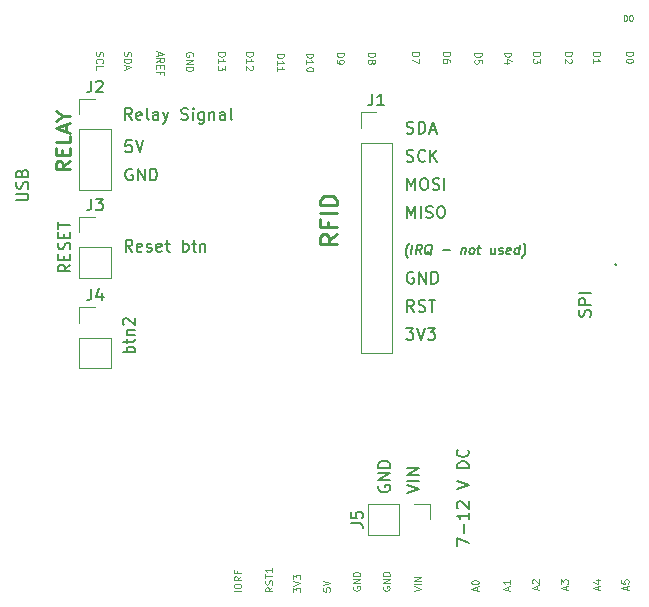
<source format=gto>
%TF.GenerationSoftware,KiCad,Pcbnew,7.0.2*%
%TF.CreationDate,2023-09-07T17:56:31+02:00*%
%TF.ProjectId,BEP-RFID-cashdrawer,4245502d-5246-4494-942d-636173686472,rev?*%
%TF.SameCoordinates,Original*%
%TF.FileFunction,Legend,Top*%
%TF.FilePolarity,Positive*%
%FSLAX46Y46*%
G04 Gerber Fmt 4.6, Leading zero omitted, Abs format (unit mm)*
G04 Created by KiCad (PCBNEW 7.0.2) date 2023-09-07 17:56:31*
%MOMM*%
%LPD*%
G01*
G04 APERTURE LIST*
%ADD10C,0.150000*%
%ADD11C,0.280000*%
%ADD12C,0.240000*%
%ADD13C,0.100000*%
%ADD14C,0.075000*%
%ADD15C,0.120000*%
G04 APERTURE END LIST*
D10*
X128067151Y-84002381D02*
X127590960Y-84335714D01*
X128067151Y-84573809D02*
X127067151Y-84573809D01*
X127067151Y-84573809D02*
X127067151Y-84192857D01*
X127067151Y-84192857D02*
X127114770Y-84097619D01*
X127114770Y-84097619D02*
X127162389Y-84050000D01*
X127162389Y-84050000D02*
X127257627Y-84002381D01*
X127257627Y-84002381D02*
X127400484Y-84002381D01*
X127400484Y-84002381D02*
X127495722Y-84050000D01*
X127495722Y-84050000D02*
X127543341Y-84097619D01*
X127543341Y-84097619D02*
X127590960Y-84192857D01*
X127590960Y-84192857D02*
X127590960Y-84573809D01*
X127543341Y-83573809D02*
X127543341Y-83240476D01*
X128067151Y-83097619D02*
X128067151Y-83573809D01*
X128067151Y-83573809D02*
X127067151Y-83573809D01*
X127067151Y-83573809D02*
X127067151Y-83097619D01*
X128019532Y-82716666D02*
X128067151Y-82573809D01*
X128067151Y-82573809D02*
X128067151Y-82335714D01*
X128067151Y-82335714D02*
X128019532Y-82240476D01*
X128019532Y-82240476D02*
X127971912Y-82192857D01*
X127971912Y-82192857D02*
X127876674Y-82145238D01*
X127876674Y-82145238D02*
X127781436Y-82145238D01*
X127781436Y-82145238D02*
X127686198Y-82192857D01*
X127686198Y-82192857D02*
X127638579Y-82240476D01*
X127638579Y-82240476D02*
X127590960Y-82335714D01*
X127590960Y-82335714D02*
X127543341Y-82526190D01*
X127543341Y-82526190D02*
X127495722Y-82621428D01*
X127495722Y-82621428D02*
X127448103Y-82669047D01*
X127448103Y-82669047D02*
X127352865Y-82716666D01*
X127352865Y-82716666D02*
X127257627Y-82716666D01*
X127257627Y-82716666D02*
X127162389Y-82669047D01*
X127162389Y-82669047D02*
X127114770Y-82621428D01*
X127114770Y-82621428D02*
X127067151Y-82526190D01*
X127067151Y-82526190D02*
X127067151Y-82288095D01*
X127067151Y-82288095D02*
X127114770Y-82145238D01*
X127543341Y-81716666D02*
X127543341Y-81383333D01*
X128067151Y-81240476D02*
X128067151Y-81716666D01*
X128067151Y-81716666D02*
X127067151Y-81716666D01*
X127067151Y-81716666D02*
X127067151Y-81240476D01*
X127067151Y-80954761D02*
X127067151Y-80383333D01*
X128067151Y-80669047D02*
X127067151Y-80669047D01*
D11*
X150641166Y-81416666D02*
X149974500Y-81883333D01*
X150641166Y-82216666D02*
X149241166Y-82216666D01*
X149241166Y-82216666D02*
X149241166Y-81683333D01*
X149241166Y-81683333D02*
X149307833Y-81550000D01*
X149307833Y-81550000D02*
X149374500Y-81483333D01*
X149374500Y-81483333D02*
X149507833Y-81416666D01*
X149507833Y-81416666D02*
X149707833Y-81416666D01*
X149707833Y-81416666D02*
X149841166Y-81483333D01*
X149841166Y-81483333D02*
X149907833Y-81550000D01*
X149907833Y-81550000D02*
X149974500Y-81683333D01*
X149974500Y-81683333D02*
X149974500Y-82216666D01*
X149907833Y-80350000D02*
X149907833Y-80816666D01*
X150641166Y-80816666D02*
X149241166Y-80816666D01*
X149241166Y-80816666D02*
X149241166Y-80150000D01*
X150641166Y-79616666D02*
X149241166Y-79616666D01*
X150641166Y-78949999D02*
X149241166Y-78949999D01*
X149241166Y-78949999D02*
X149241166Y-78616666D01*
X149241166Y-78616666D02*
X149307833Y-78416666D01*
X149307833Y-78416666D02*
X149441166Y-78283333D01*
X149441166Y-78283333D02*
X149574500Y-78216666D01*
X149574500Y-78216666D02*
X149841166Y-78149999D01*
X149841166Y-78149999D02*
X150041166Y-78149999D01*
X150041166Y-78149999D02*
X150307833Y-78216666D01*
X150307833Y-78216666D02*
X150441166Y-78283333D01*
X150441166Y-78283333D02*
X150574500Y-78416666D01*
X150574500Y-78416666D02*
X150641166Y-78616666D01*
X150641166Y-78616666D02*
X150641166Y-78949999D01*
D12*
X128042674Y-75240101D02*
X127471246Y-75640101D01*
X128042674Y-75925815D02*
X126842674Y-75925815D01*
X126842674Y-75925815D02*
X126842674Y-75468672D01*
X126842674Y-75468672D02*
X126899817Y-75354387D01*
X126899817Y-75354387D02*
X126956960Y-75297244D01*
X126956960Y-75297244D02*
X127071246Y-75240101D01*
X127071246Y-75240101D02*
X127242674Y-75240101D01*
X127242674Y-75240101D02*
X127356960Y-75297244D01*
X127356960Y-75297244D02*
X127414103Y-75354387D01*
X127414103Y-75354387D02*
X127471246Y-75468672D01*
X127471246Y-75468672D02*
X127471246Y-75925815D01*
X127414103Y-74725815D02*
X127414103Y-74325815D01*
X128042674Y-74154387D02*
X128042674Y-74725815D01*
X128042674Y-74725815D02*
X126842674Y-74725815D01*
X126842674Y-74725815D02*
X126842674Y-74154387D01*
X128042674Y-73068673D02*
X128042674Y-73640101D01*
X128042674Y-73640101D02*
X126842674Y-73640101D01*
X127699817Y-72725815D02*
X127699817Y-72154387D01*
X128042674Y-72840101D02*
X126842674Y-72440101D01*
X126842674Y-72440101D02*
X128042674Y-72040101D01*
X127471246Y-71411530D02*
X128042674Y-71411530D01*
X126842674Y-71811530D02*
X127471246Y-71411530D01*
X127471246Y-71411530D02*
X126842674Y-71011530D01*
D10*
X160802619Y-107807142D02*
X160802619Y-107140476D01*
X160802619Y-107140476D02*
X161802619Y-107569047D01*
X161421666Y-106759523D02*
X161421666Y-105997619D01*
X161802619Y-104997619D02*
X161802619Y-105569047D01*
X161802619Y-105283333D02*
X160802619Y-105283333D01*
X160802619Y-105283333D02*
X160945476Y-105378571D01*
X160945476Y-105378571D02*
X161040714Y-105473809D01*
X161040714Y-105473809D02*
X161088333Y-105569047D01*
X160897857Y-104616666D02*
X160850238Y-104569047D01*
X160850238Y-104569047D02*
X160802619Y-104473809D01*
X160802619Y-104473809D02*
X160802619Y-104235714D01*
X160802619Y-104235714D02*
X160850238Y-104140476D01*
X160850238Y-104140476D02*
X160897857Y-104092857D01*
X160897857Y-104092857D02*
X160993095Y-104045238D01*
X160993095Y-104045238D02*
X161088333Y-104045238D01*
X161088333Y-104045238D02*
X161231190Y-104092857D01*
X161231190Y-104092857D02*
X161802619Y-104664285D01*
X161802619Y-104664285D02*
X161802619Y-104045238D01*
X160802619Y-102997618D02*
X161802619Y-102664285D01*
X161802619Y-102664285D02*
X160802619Y-102330952D01*
X161802619Y-101235713D02*
X160802619Y-101235713D01*
X160802619Y-101235713D02*
X160802619Y-100997618D01*
X160802619Y-100997618D02*
X160850238Y-100854761D01*
X160850238Y-100854761D02*
X160945476Y-100759523D01*
X160945476Y-100759523D02*
X161040714Y-100711904D01*
X161040714Y-100711904D02*
X161231190Y-100664285D01*
X161231190Y-100664285D02*
X161374047Y-100664285D01*
X161374047Y-100664285D02*
X161564523Y-100711904D01*
X161564523Y-100711904D02*
X161659761Y-100759523D01*
X161659761Y-100759523D02*
X161755000Y-100854761D01*
X161755000Y-100854761D02*
X161802619Y-100997618D01*
X161802619Y-100997618D02*
X161802619Y-101235713D01*
X161707380Y-99664285D02*
X161755000Y-99711904D01*
X161755000Y-99711904D02*
X161802619Y-99854761D01*
X161802619Y-99854761D02*
X161802619Y-99949999D01*
X161802619Y-99949999D02*
X161755000Y-100092856D01*
X161755000Y-100092856D02*
X161659761Y-100188094D01*
X161659761Y-100188094D02*
X161564523Y-100235713D01*
X161564523Y-100235713D02*
X161374047Y-100283332D01*
X161374047Y-100283332D02*
X161231190Y-100283332D01*
X161231190Y-100283332D02*
X161040714Y-100235713D01*
X161040714Y-100235713D02*
X160945476Y-100188094D01*
X160945476Y-100188094D02*
X160850238Y-100092856D01*
X160850238Y-100092856D02*
X160802619Y-99949999D01*
X160802619Y-99949999D02*
X160802619Y-99854761D01*
X160802619Y-99854761D02*
X160850238Y-99711904D01*
X160850238Y-99711904D02*
X160897857Y-99664285D01*
X154206950Y-102714366D02*
X154159331Y-102809604D01*
X154159331Y-102809604D02*
X154159331Y-102952461D01*
X154159331Y-102952461D02*
X154206950Y-103095318D01*
X154206950Y-103095318D02*
X154302188Y-103190556D01*
X154302188Y-103190556D02*
X154397426Y-103238175D01*
X154397426Y-103238175D02*
X154587902Y-103285794D01*
X154587902Y-103285794D02*
X154730759Y-103285794D01*
X154730759Y-103285794D02*
X154921235Y-103238175D01*
X154921235Y-103238175D02*
X155016473Y-103190556D01*
X155016473Y-103190556D02*
X155111712Y-103095318D01*
X155111712Y-103095318D02*
X155159331Y-102952461D01*
X155159331Y-102952461D02*
X155159331Y-102857223D01*
X155159331Y-102857223D02*
X155111712Y-102714366D01*
X155111712Y-102714366D02*
X155064092Y-102666747D01*
X155064092Y-102666747D02*
X154730759Y-102666747D01*
X154730759Y-102666747D02*
X154730759Y-102857223D01*
X155159331Y-102238175D02*
X154159331Y-102238175D01*
X154159331Y-102238175D02*
X155159331Y-101666747D01*
X155159331Y-101666747D02*
X154159331Y-101666747D01*
X155159331Y-101190556D02*
X154159331Y-101190556D01*
X154159331Y-101190556D02*
X154159331Y-100952461D01*
X154159331Y-100952461D02*
X154206950Y-100809604D01*
X154206950Y-100809604D02*
X154302188Y-100714366D01*
X154302188Y-100714366D02*
X154397426Y-100666747D01*
X154397426Y-100666747D02*
X154587902Y-100619128D01*
X154587902Y-100619128D02*
X154730759Y-100619128D01*
X154730759Y-100619128D02*
X154921235Y-100666747D01*
X154921235Y-100666747D02*
X155016473Y-100714366D01*
X155016473Y-100714366D02*
X155111712Y-100809604D01*
X155111712Y-100809604D02*
X155159331Y-100952461D01*
X155159331Y-100952461D02*
X155159331Y-101190556D01*
X156596764Y-103294752D02*
X157596764Y-102961419D01*
X157596764Y-102961419D02*
X156596764Y-102628086D01*
X157596764Y-102294752D02*
X156596764Y-102294752D01*
X157596764Y-101818562D02*
X156596764Y-101818562D01*
X156596764Y-101818562D02*
X157596764Y-101247134D01*
X157596764Y-101247134D02*
X156596764Y-101247134D01*
X172076256Y-88396002D02*
X172123875Y-88253145D01*
X172123875Y-88253145D02*
X172123875Y-88015050D01*
X172123875Y-88015050D02*
X172076256Y-87919812D01*
X172076256Y-87919812D02*
X172028636Y-87872193D01*
X172028636Y-87872193D02*
X171933398Y-87824574D01*
X171933398Y-87824574D02*
X171838160Y-87824574D01*
X171838160Y-87824574D02*
X171742922Y-87872193D01*
X171742922Y-87872193D02*
X171695303Y-87919812D01*
X171695303Y-87919812D02*
X171647684Y-88015050D01*
X171647684Y-88015050D02*
X171600065Y-88205526D01*
X171600065Y-88205526D02*
X171552446Y-88300764D01*
X171552446Y-88300764D02*
X171504827Y-88348383D01*
X171504827Y-88348383D02*
X171409589Y-88396002D01*
X171409589Y-88396002D02*
X171314351Y-88396002D01*
X171314351Y-88396002D02*
X171219113Y-88348383D01*
X171219113Y-88348383D02*
X171171494Y-88300764D01*
X171171494Y-88300764D02*
X171123875Y-88205526D01*
X171123875Y-88205526D02*
X171123875Y-87967431D01*
X171123875Y-87967431D02*
X171171494Y-87824574D01*
X172123875Y-87396002D02*
X171123875Y-87396002D01*
X171123875Y-87396002D02*
X171123875Y-87015050D01*
X171123875Y-87015050D02*
X171171494Y-86919812D01*
X171171494Y-86919812D02*
X171219113Y-86872193D01*
X171219113Y-86872193D02*
X171314351Y-86824574D01*
X171314351Y-86824574D02*
X171457208Y-86824574D01*
X171457208Y-86824574D02*
X171552446Y-86872193D01*
X171552446Y-86872193D02*
X171600065Y-86919812D01*
X171600065Y-86919812D02*
X171647684Y-87015050D01*
X171647684Y-87015050D02*
X171647684Y-87396002D01*
X172123875Y-86396002D02*
X171123875Y-86396002D01*
D13*
X175173892Y-111512409D02*
X175173892Y-111226695D01*
X175345321Y-111569552D02*
X174745321Y-111369552D01*
X174745321Y-111369552D02*
X175345321Y-111169552D01*
X174745321Y-110683837D02*
X174745321Y-110969551D01*
X174745321Y-110969551D02*
X175031035Y-110998123D01*
X175031035Y-110998123D02*
X175002464Y-110969551D01*
X175002464Y-110969551D02*
X174973892Y-110912409D01*
X174973892Y-110912409D02*
X174973892Y-110769551D01*
X174973892Y-110769551D02*
X175002464Y-110712409D01*
X175002464Y-110712409D02*
X175031035Y-110683837D01*
X175031035Y-110683837D02*
X175088178Y-110655266D01*
X175088178Y-110655266D02*
X175231035Y-110655266D01*
X175231035Y-110655266D02*
X175288178Y-110683837D01*
X175288178Y-110683837D02*
X175316750Y-110712409D01*
X175316750Y-110712409D02*
X175345321Y-110769551D01*
X175345321Y-110769551D02*
X175345321Y-110912409D01*
X175345321Y-110912409D02*
X175316750Y-110969551D01*
X175316750Y-110969551D02*
X175288178Y-110998123D01*
X172792642Y-111512409D02*
X172792642Y-111226695D01*
X172964071Y-111569552D02*
X172364071Y-111369552D01*
X172364071Y-111369552D02*
X172964071Y-111169552D01*
X172564071Y-110712409D02*
X172964071Y-110712409D01*
X172335500Y-110855266D02*
X172764071Y-110998123D01*
X172764071Y-110998123D02*
X172764071Y-110626694D01*
X170031208Y-111512409D02*
X170031208Y-111226695D01*
X170202637Y-111569552D02*
X169602637Y-111369552D01*
X169602637Y-111369552D02*
X170202637Y-111169552D01*
X169602637Y-111026694D02*
X169602637Y-110655266D01*
X169602637Y-110655266D02*
X169831208Y-110855266D01*
X169831208Y-110855266D02*
X169831208Y-110769551D01*
X169831208Y-110769551D02*
X169859780Y-110712409D01*
X169859780Y-110712409D02*
X169888351Y-110683837D01*
X169888351Y-110683837D02*
X169945494Y-110655266D01*
X169945494Y-110655266D02*
X170088351Y-110655266D01*
X170088351Y-110655266D02*
X170145494Y-110683837D01*
X170145494Y-110683837D02*
X170174066Y-110712409D01*
X170174066Y-110712409D02*
X170202637Y-110769551D01*
X170202637Y-110769551D02*
X170202637Y-110940980D01*
X170202637Y-110940980D02*
X170174066Y-110998123D01*
X170174066Y-110998123D02*
X170145494Y-111026694D01*
X167605758Y-111502822D02*
X167605758Y-111217108D01*
X167777187Y-111559965D02*
X167177187Y-111359965D01*
X167177187Y-111359965D02*
X167777187Y-111159965D01*
X167234330Y-110988536D02*
X167205758Y-110959964D01*
X167205758Y-110959964D02*
X167177187Y-110902822D01*
X167177187Y-110902822D02*
X167177187Y-110759964D01*
X167177187Y-110759964D02*
X167205758Y-110702822D01*
X167205758Y-110702822D02*
X167234330Y-110674250D01*
X167234330Y-110674250D02*
X167291473Y-110645679D01*
X167291473Y-110645679D02*
X167348616Y-110645679D01*
X167348616Y-110645679D02*
X167434330Y-110674250D01*
X167434330Y-110674250D02*
X167777187Y-111017107D01*
X167777187Y-111017107D02*
X167777187Y-110645679D01*
X165151548Y-111579516D02*
X165151548Y-111293802D01*
X165322977Y-111636659D02*
X164722977Y-111436659D01*
X164722977Y-111436659D02*
X165322977Y-111236659D01*
X165322977Y-110722373D02*
X165322977Y-111065230D01*
X165322977Y-110893801D02*
X164722977Y-110893801D01*
X164722977Y-110893801D02*
X164808691Y-110950944D01*
X164808691Y-110950944D02*
X164865834Y-111008087D01*
X164865834Y-111008087D02*
X164894406Y-111065230D01*
X162473892Y-111589103D02*
X162473892Y-111303389D01*
X162645321Y-111646246D02*
X162045321Y-111446246D01*
X162045321Y-111446246D02*
X162645321Y-111246246D01*
X162045321Y-110931960D02*
X162045321Y-110874817D01*
X162045321Y-110874817D02*
X162073892Y-110817674D01*
X162073892Y-110817674D02*
X162102464Y-110789103D01*
X162102464Y-110789103D02*
X162159607Y-110760531D01*
X162159607Y-110760531D02*
X162273892Y-110731960D01*
X162273892Y-110731960D02*
X162416750Y-110731960D01*
X162416750Y-110731960D02*
X162531035Y-110760531D01*
X162531035Y-110760531D02*
X162588178Y-110789103D01*
X162588178Y-110789103D02*
X162616750Y-110817674D01*
X162616750Y-110817674D02*
X162645321Y-110874817D01*
X162645321Y-110874817D02*
X162645321Y-110931960D01*
X162645321Y-110931960D02*
X162616750Y-110989103D01*
X162616750Y-110989103D02*
X162588178Y-111017674D01*
X162588178Y-111017674D02*
X162531035Y-111046245D01*
X162531035Y-111046245D02*
X162416750Y-111074817D01*
X162416750Y-111074817D02*
X162273892Y-111074817D01*
X162273892Y-111074817D02*
X162159607Y-111046245D01*
X162159607Y-111046245D02*
X162102464Y-111017674D01*
X162102464Y-111017674D02*
X162073892Y-110989103D01*
X162073892Y-110989103D02*
X162045321Y-110931960D01*
X157139851Y-111646246D02*
X157739851Y-111446246D01*
X157739851Y-111446246D02*
X157139851Y-111246246D01*
X157739851Y-111046245D02*
X157139851Y-111046245D01*
X157739851Y-110760531D02*
X157139851Y-110760531D01*
X157139851Y-110760531D02*
X157739851Y-110417674D01*
X157739851Y-110417674D02*
X157139851Y-110417674D01*
X154541650Y-111265420D02*
X154513079Y-111322563D01*
X154513079Y-111322563D02*
X154513079Y-111408277D01*
X154513079Y-111408277D02*
X154541650Y-111493991D01*
X154541650Y-111493991D02*
X154598793Y-111551134D01*
X154598793Y-111551134D02*
X154655936Y-111579705D01*
X154655936Y-111579705D02*
X154770222Y-111608277D01*
X154770222Y-111608277D02*
X154855936Y-111608277D01*
X154855936Y-111608277D02*
X154970222Y-111579705D01*
X154970222Y-111579705D02*
X155027365Y-111551134D01*
X155027365Y-111551134D02*
X155084508Y-111493991D01*
X155084508Y-111493991D02*
X155113079Y-111408277D01*
X155113079Y-111408277D02*
X155113079Y-111351134D01*
X155113079Y-111351134D02*
X155084508Y-111265420D01*
X155084508Y-111265420D02*
X155055936Y-111236848D01*
X155055936Y-111236848D02*
X154855936Y-111236848D01*
X154855936Y-111236848D02*
X154855936Y-111351134D01*
X155113079Y-110979705D02*
X154513079Y-110979705D01*
X154513079Y-110979705D02*
X155113079Y-110636848D01*
X155113079Y-110636848D02*
X154513079Y-110636848D01*
X155113079Y-110351134D02*
X154513079Y-110351134D01*
X154513079Y-110351134D02*
X154513079Y-110208277D01*
X154513079Y-110208277D02*
X154541650Y-110122563D01*
X154541650Y-110122563D02*
X154598793Y-110065420D01*
X154598793Y-110065420D02*
X154655936Y-110036849D01*
X154655936Y-110036849D02*
X154770222Y-110008277D01*
X154770222Y-110008277D02*
X154855936Y-110008277D01*
X154855936Y-110008277D02*
X154970222Y-110036849D01*
X154970222Y-110036849D02*
X155027365Y-110065420D01*
X155027365Y-110065420D02*
X155084508Y-110122563D01*
X155084508Y-110122563D02*
X155113079Y-110208277D01*
X155113079Y-110208277D02*
X155113079Y-110351134D01*
X152049093Y-111275006D02*
X152020522Y-111332149D01*
X152020522Y-111332149D02*
X152020522Y-111417863D01*
X152020522Y-111417863D02*
X152049093Y-111503577D01*
X152049093Y-111503577D02*
X152106236Y-111560720D01*
X152106236Y-111560720D02*
X152163379Y-111589291D01*
X152163379Y-111589291D02*
X152277665Y-111617863D01*
X152277665Y-111617863D02*
X152363379Y-111617863D01*
X152363379Y-111617863D02*
X152477665Y-111589291D01*
X152477665Y-111589291D02*
X152534808Y-111560720D01*
X152534808Y-111560720D02*
X152591951Y-111503577D01*
X152591951Y-111503577D02*
X152620522Y-111417863D01*
X152620522Y-111417863D02*
X152620522Y-111360720D01*
X152620522Y-111360720D02*
X152591951Y-111275006D01*
X152591951Y-111275006D02*
X152563379Y-111246434D01*
X152563379Y-111246434D02*
X152363379Y-111246434D01*
X152363379Y-111246434D02*
X152363379Y-111360720D01*
X152620522Y-110989291D02*
X152020522Y-110989291D01*
X152020522Y-110989291D02*
X152620522Y-110646434D01*
X152620522Y-110646434D02*
X152020522Y-110646434D01*
X152620522Y-110360720D02*
X152020522Y-110360720D01*
X152020522Y-110360720D02*
X152020522Y-110217863D01*
X152020522Y-110217863D02*
X152049093Y-110132149D01*
X152049093Y-110132149D02*
X152106236Y-110075006D01*
X152106236Y-110075006D02*
X152163379Y-110046435D01*
X152163379Y-110046435D02*
X152277665Y-110017863D01*
X152277665Y-110017863D02*
X152363379Y-110017863D01*
X152363379Y-110017863D02*
X152477665Y-110046435D01*
X152477665Y-110046435D02*
X152534808Y-110075006D01*
X152534808Y-110075006D02*
X152591951Y-110132149D01*
X152591951Y-110132149D02*
X152620522Y-110217863D01*
X152620522Y-110217863D02*
X152620522Y-110360720D01*
X149470444Y-111361098D02*
X149470444Y-111646812D01*
X149470444Y-111646812D02*
X149756158Y-111675384D01*
X149756158Y-111675384D02*
X149727587Y-111646812D01*
X149727587Y-111646812D02*
X149699015Y-111589670D01*
X149699015Y-111589670D02*
X149699015Y-111446812D01*
X149699015Y-111446812D02*
X149727587Y-111389670D01*
X149727587Y-111389670D02*
X149756158Y-111361098D01*
X149756158Y-111361098D02*
X149813301Y-111332527D01*
X149813301Y-111332527D02*
X149956158Y-111332527D01*
X149956158Y-111332527D02*
X150013301Y-111361098D01*
X150013301Y-111361098D02*
X150041873Y-111389670D01*
X150041873Y-111389670D02*
X150070444Y-111446812D01*
X150070444Y-111446812D02*
X150070444Y-111589670D01*
X150070444Y-111589670D02*
X150041873Y-111646812D01*
X150041873Y-111646812D02*
X150013301Y-111675384D01*
X149470444Y-111161098D02*
X150070444Y-110961098D01*
X150070444Y-110961098D02*
X149470444Y-110761098D01*
X146964071Y-111713542D02*
X146964071Y-111342114D01*
X146964071Y-111342114D02*
X147192642Y-111542114D01*
X147192642Y-111542114D02*
X147192642Y-111456399D01*
X147192642Y-111456399D02*
X147221214Y-111399257D01*
X147221214Y-111399257D02*
X147249785Y-111370685D01*
X147249785Y-111370685D02*
X147306928Y-111342114D01*
X147306928Y-111342114D02*
X147449785Y-111342114D01*
X147449785Y-111342114D02*
X147506928Y-111370685D01*
X147506928Y-111370685D02*
X147535500Y-111399257D01*
X147535500Y-111399257D02*
X147564071Y-111456399D01*
X147564071Y-111456399D02*
X147564071Y-111627828D01*
X147564071Y-111627828D02*
X147535500Y-111684971D01*
X147535500Y-111684971D02*
X147506928Y-111713542D01*
X146964071Y-111170685D02*
X147564071Y-110970685D01*
X147564071Y-110970685D02*
X146964071Y-110770685D01*
X146964071Y-110627827D02*
X146964071Y-110256399D01*
X146964071Y-110256399D02*
X147192642Y-110456399D01*
X147192642Y-110456399D02*
X147192642Y-110370684D01*
X147192642Y-110370684D02*
X147221214Y-110313542D01*
X147221214Y-110313542D02*
X147249785Y-110284970D01*
X147249785Y-110284970D02*
X147306928Y-110256399D01*
X147306928Y-110256399D02*
X147449785Y-110256399D01*
X147449785Y-110256399D02*
X147506928Y-110284970D01*
X147506928Y-110284970D02*
X147535500Y-110313542D01*
X147535500Y-110313542D02*
X147564071Y-110370684D01*
X147564071Y-110370684D02*
X147564071Y-110542113D01*
X147564071Y-110542113D02*
X147535500Y-110599256D01*
X147535500Y-110599256D02*
X147506928Y-110627827D01*
X145182821Y-111313542D02*
X144897107Y-111513542D01*
X145182821Y-111656399D02*
X144582821Y-111656399D01*
X144582821Y-111656399D02*
X144582821Y-111427828D01*
X144582821Y-111427828D02*
X144611392Y-111370685D01*
X144611392Y-111370685D02*
X144639964Y-111342114D01*
X144639964Y-111342114D02*
X144697107Y-111313542D01*
X144697107Y-111313542D02*
X144782821Y-111313542D01*
X144782821Y-111313542D02*
X144839964Y-111342114D01*
X144839964Y-111342114D02*
X144868535Y-111370685D01*
X144868535Y-111370685D02*
X144897107Y-111427828D01*
X144897107Y-111427828D02*
X144897107Y-111656399D01*
X145154250Y-111084971D02*
X145182821Y-110999257D01*
X145182821Y-110999257D02*
X145182821Y-110856399D01*
X145182821Y-110856399D02*
X145154250Y-110799257D01*
X145154250Y-110799257D02*
X145125678Y-110770685D01*
X145125678Y-110770685D02*
X145068535Y-110742114D01*
X145068535Y-110742114D02*
X145011392Y-110742114D01*
X145011392Y-110742114D02*
X144954250Y-110770685D01*
X144954250Y-110770685D02*
X144925678Y-110799257D01*
X144925678Y-110799257D02*
X144897107Y-110856399D01*
X144897107Y-110856399D02*
X144868535Y-110970685D01*
X144868535Y-110970685D02*
X144839964Y-111027828D01*
X144839964Y-111027828D02*
X144811392Y-111056399D01*
X144811392Y-111056399D02*
X144754250Y-111084971D01*
X144754250Y-111084971D02*
X144697107Y-111084971D01*
X144697107Y-111084971D02*
X144639964Y-111056399D01*
X144639964Y-111056399D02*
X144611392Y-111027828D01*
X144611392Y-111027828D02*
X144582821Y-110970685D01*
X144582821Y-110970685D02*
X144582821Y-110827828D01*
X144582821Y-110827828D02*
X144611392Y-110742114D01*
X144582821Y-110570685D02*
X144582821Y-110227828D01*
X145182821Y-110399256D02*
X144582821Y-110399256D01*
X145182821Y-109713542D02*
X145182821Y-110056399D01*
X145182821Y-109884970D02*
X144582821Y-109884970D01*
X144582821Y-109884970D02*
X144668535Y-109942113D01*
X144668535Y-109942113D02*
X144725678Y-109999256D01*
X144725678Y-109999256D02*
X144754250Y-110056399D01*
X142525665Y-111656399D02*
X141925665Y-111656399D01*
X141925665Y-111256400D02*
X141925665Y-111142114D01*
X141925665Y-111142114D02*
X141954236Y-111084971D01*
X141954236Y-111084971D02*
X142011379Y-111027828D01*
X142011379Y-111027828D02*
X142125665Y-110999257D01*
X142125665Y-110999257D02*
X142325665Y-110999257D01*
X142325665Y-110999257D02*
X142439951Y-111027828D01*
X142439951Y-111027828D02*
X142497094Y-111084971D01*
X142497094Y-111084971D02*
X142525665Y-111142114D01*
X142525665Y-111142114D02*
X142525665Y-111256400D01*
X142525665Y-111256400D02*
X142497094Y-111313543D01*
X142497094Y-111313543D02*
X142439951Y-111370685D01*
X142439951Y-111370685D02*
X142325665Y-111399257D01*
X142325665Y-111399257D02*
X142125665Y-111399257D01*
X142125665Y-111399257D02*
X142011379Y-111370685D01*
X142011379Y-111370685D02*
X141954236Y-111313543D01*
X141954236Y-111313543D02*
X141925665Y-111256400D01*
X142525665Y-110399257D02*
X142239951Y-110599257D01*
X142525665Y-110742114D02*
X141925665Y-110742114D01*
X141925665Y-110742114D02*
X141925665Y-110513543D01*
X141925665Y-110513543D02*
X141954236Y-110456400D01*
X141954236Y-110456400D02*
X141982808Y-110427829D01*
X141982808Y-110427829D02*
X142039951Y-110399257D01*
X142039951Y-110399257D02*
X142125665Y-110399257D01*
X142125665Y-110399257D02*
X142182808Y-110427829D01*
X142182808Y-110427829D02*
X142211379Y-110456400D01*
X142211379Y-110456400D02*
X142239951Y-110513543D01*
X142239951Y-110513543D02*
X142239951Y-110742114D01*
X142211379Y-109942114D02*
X142211379Y-110142114D01*
X142525665Y-110142114D02*
X141925665Y-110142114D01*
X141925665Y-110142114D02*
X141925665Y-109856400D01*
X175120142Y-65980966D02*
X175720142Y-65980966D01*
X175720142Y-65980966D02*
X175720142Y-66123823D01*
X175720142Y-66123823D02*
X175691571Y-66209537D01*
X175691571Y-66209537D02*
X175634428Y-66266680D01*
X175634428Y-66266680D02*
X175577285Y-66295251D01*
X175577285Y-66295251D02*
X175462999Y-66323823D01*
X175462999Y-66323823D02*
X175377285Y-66323823D01*
X175377285Y-66323823D02*
X175262999Y-66295251D01*
X175262999Y-66295251D02*
X175205856Y-66266680D01*
X175205856Y-66266680D02*
X175148714Y-66209537D01*
X175148714Y-66209537D02*
X175120142Y-66123823D01*
X175120142Y-66123823D02*
X175120142Y-65980966D01*
X175720142Y-66695251D02*
X175720142Y-66752394D01*
X175720142Y-66752394D02*
X175691571Y-66809537D01*
X175691571Y-66809537D02*
X175662999Y-66838109D01*
X175662999Y-66838109D02*
X175605856Y-66866680D01*
X175605856Y-66866680D02*
X175491571Y-66895251D01*
X175491571Y-66895251D02*
X175348714Y-66895251D01*
X175348714Y-66895251D02*
X175234428Y-66866680D01*
X175234428Y-66866680D02*
X175177285Y-66838109D01*
X175177285Y-66838109D02*
X175148714Y-66809537D01*
X175148714Y-66809537D02*
X175120142Y-66752394D01*
X175120142Y-66752394D02*
X175120142Y-66695251D01*
X175120142Y-66695251D02*
X175148714Y-66638109D01*
X175148714Y-66638109D02*
X175177285Y-66609537D01*
X175177285Y-66609537D02*
X175234428Y-66580966D01*
X175234428Y-66580966D02*
X175348714Y-66552394D01*
X175348714Y-66552394D02*
X175491571Y-66552394D01*
X175491571Y-66552394D02*
X175605856Y-66580966D01*
X175605856Y-66580966D02*
X175662999Y-66609537D01*
X175662999Y-66609537D02*
X175691571Y-66638109D01*
X175691571Y-66638109D02*
X175720142Y-66695251D01*
X172317178Y-66024107D02*
X172917178Y-66024107D01*
X172917178Y-66024107D02*
X172917178Y-66166964D01*
X172917178Y-66166964D02*
X172888607Y-66252678D01*
X172888607Y-66252678D02*
X172831464Y-66309821D01*
X172831464Y-66309821D02*
X172774321Y-66338392D01*
X172774321Y-66338392D02*
X172660035Y-66366964D01*
X172660035Y-66366964D02*
X172574321Y-66366964D01*
X172574321Y-66366964D02*
X172460035Y-66338392D01*
X172460035Y-66338392D02*
X172402892Y-66309821D01*
X172402892Y-66309821D02*
X172345750Y-66252678D01*
X172345750Y-66252678D02*
X172317178Y-66166964D01*
X172317178Y-66166964D02*
X172317178Y-66024107D01*
X172317178Y-66938392D02*
X172317178Y-66595535D01*
X172317178Y-66766964D02*
X172917178Y-66766964D01*
X172917178Y-66766964D02*
X172831464Y-66709821D01*
X172831464Y-66709821D02*
X172774321Y-66652678D01*
X172774321Y-66652678D02*
X172745750Y-66595535D01*
X169935928Y-66024107D02*
X170535928Y-66024107D01*
X170535928Y-66024107D02*
X170535928Y-66166964D01*
X170535928Y-66166964D02*
X170507357Y-66252678D01*
X170507357Y-66252678D02*
X170450214Y-66309821D01*
X170450214Y-66309821D02*
X170393071Y-66338392D01*
X170393071Y-66338392D02*
X170278785Y-66366964D01*
X170278785Y-66366964D02*
X170193071Y-66366964D01*
X170193071Y-66366964D02*
X170078785Y-66338392D01*
X170078785Y-66338392D02*
X170021642Y-66309821D01*
X170021642Y-66309821D02*
X169964500Y-66252678D01*
X169964500Y-66252678D02*
X169935928Y-66166964D01*
X169935928Y-66166964D02*
X169935928Y-66024107D01*
X170478785Y-66595535D02*
X170507357Y-66624107D01*
X170507357Y-66624107D02*
X170535928Y-66681250D01*
X170535928Y-66681250D02*
X170535928Y-66824107D01*
X170535928Y-66824107D02*
X170507357Y-66881250D01*
X170507357Y-66881250D02*
X170478785Y-66909821D01*
X170478785Y-66909821D02*
X170421642Y-66938392D01*
X170421642Y-66938392D02*
X170364500Y-66938392D01*
X170364500Y-66938392D02*
X170278785Y-66909821D01*
X170278785Y-66909821D02*
X169935928Y-66566964D01*
X169935928Y-66566964D02*
X169935928Y-66938392D01*
X167254207Y-66024106D02*
X167854207Y-66024106D01*
X167854207Y-66024106D02*
X167854207Y-66166963D01*
X167854207Y-66166963D02*
X167825636Y-66252677D01*
X167825636Y-66252677D02*
X167768493Y-66309820D01*
X167768493Y-66309820D02*
X167711350Y-66338391D01*
X167711350Y-66338391D02*
X167597064Y-66366963D01*
X167597064Y-66366963D02*
X167511350Y-66366963D01*
X167511350Y-66366963D02*
X167397064Y-66338391D01*
X167397064Y-66338391D02*
X167339921Y-66309820D01*
X167339921Y-66309820D02*
X167282779Y-66252677D01*
X167282779Y-66252677D02*
X167254207Y-66166963D01*
X167254207Y-66166963D02*
X167254207Y-66024106D01*
X167854207Y-66566963D02*
X167854207Y-66938391D01*
X167854207Y-66938391D02*
X167625636Y-66738391D01*
X167625636Y-66738391D02*
X167625636Y-66824106D01*
X167625636Y-66824106D02*
X167597064Y-66881249D01*
X167597064Y-66881249D02*
X167568493Y-66909820D01*
X167568493Y-66909820D02*
X167511350Y-66938391D01*
X167511350Y-66938391D02*
X167368493Y-66938391D01*
X167368493Y-66938391D02*
X167311350Y-66909820D01*
X167311350Y-66909820D02*
X167282779Y-66881249D01*
X167282779Y-66881249D02*
X167254207Y-66824106D01*
X167254207Y-66824106D02*
X167254207Y-66652677D01*
X167254207Y-66652677D02*
X167282779Y-66595534D01*
X167282779Y-66595534D02*
X167311350Y-66566963D01*
X164823964Y-66052867D02*
X165423964Y-66052867D01*
X165423964Y-66052867D02*
X165423964Y-66195724D01*
X165423964Y-66195724D02*
X165395393Y-66281438D01*
X165395393Y-66281438D02*
X165338250Y-66338581D01*
X165338250Y-66338581D02*
X165281107Y-66367152D01*
X165281107Y-66367152D02*
X165166821Y-66395724D01*
X165166821Y-66395724D02*
X165081107Y-66395724D01*
X165081107Y-66395724D02*
X164966821Y-66367152D01*
X164966821Y-66367152D02*
X164909678Y-66338581D01*
X164909678Y-66338581D02*
X164852536Y-66281438D01*
X164852536Y-66281438D02*
X164823964Y-66195724D01*
X164823964Y-66195724D02*
X164823964Y-66052867D01*
X165223964Y-66910010D02*
X164823964Y-66910010D01*
X165452536Y-66767152D02*
X165023964Y-66624295D01*
X165023964Y-66624295D02*
X165023964Y-66995724D01*
X162293059Y-66067247D02*
X162893059Y-66067247D01*
X162893059Y-66067247D02*
X162893059Y-66210104D01*
X162893059Y-66210104D02*
X162864488Y-66295818D01*
X162864488Y-66295818D02*
X162807345Y-66352961D01*
X162807345Y-66352961D02*
X162750202Y-66381532D01*
X162750202Y-66381532D02*
X162635916Y-66410104D01*
X162635916Y-66410104D02*
X162550202Y-66410104D01*
X162550202Y-66410104D02*
X162435916Y-66381532D01*
X162435916Y-66381532D02*
X162378773Y-66352961D01*
X162378773Y-66352961D02*
X162321631Y-66295818D01*
X162321631Y-66295818D02*
X162293059Y-66210104D01*
X162293059Y-66210104D02*
X162293059Y-66067247D01*
X162893059Y-66952961D02*
X162893059Y-66667247D01*
X162893059Y-66667247D02*
X162607345Y-66638675D01*
X162607345Y-66638675D02*
X162635916Y-66667247D01*
X162635916Y-66667247D02*
X162664488Y-66724390D01*
X162664488Y-66724390D02*
X162664488Y-66867247D01*
X162664488Y-66867247D02*
X162635916Y-66924390D01*
X162635916Y-66924390D02*
X162607345Y-66952961D01*
X162607345Y-66952961D02*
X162550202Y-66981532D01*
X162550202Y-66981532D02*
X162407345Y-66981532D01*
X162407345Y-66981532D02*
X162350202Y-66952961D01*
X162350202Y-66952961D02*
X162321631Y-66924390D01*
X162321631Y-66924390D02*
X162293059Y-66867247D01*
X162293059Y-66867247D02*
X162293059Y-66724390D01*
X162293059Y-66724390D02*
X162321631Y-66667247D01*
X162321631Y-66667247D02*
X162350202Y-66638675D01*
X159617178Y-66024106D02*
X160217178Y-66024106D01*
X160217178Y-66024106D02*
X160217178Y-66166963D01*
X160217178Y-66166963D02*
X160188607Y-66252677D01*
X160188607Y-66252677D02*
X160131464Y-66309820D01*
X160131464Y-66309820D02*
X160074321Y-66338391D01*
X160074321Y-66338391D02*
X159960035Y-66366963D01*
X159960035Y-66366963D02*
X159874321Y-66366963D01*
X159874321Y-66366963D02*
X159760035Y-66338391D01*
X159760035Y-66338391D02*
X159702892Y-66309820D01*
X159702892Y-66309820D02*
X159645750Y-66252677D01*
X159645750Y-66252677D02*
X159617178Y-66166963D01*
X159617178Y-66166963D02*
X159617178Y-66024106D01*
X160217178Y-66881249D02*
X160217178Y-66766963D01*
X160217178Y-66766963D02*
X160188607Y-66709820D01*
X160188607Y-66709820D02*
X160160035Y-66681249D01*
X160160035Y-66681249D02*
X160074321Y-66624106D01*
X160074321Y-66624106D02*
X159960035Y-66595534D01*
X159960035Y-66595534D02*
X159731464Y-66595534D01*
X159731464Y-66595534D02*
X159674321Y-66624106D01*
X159674321Y-66624106D02*
X159645750Y-66652677D01*
X159645750Y-66652677D02*
X159617178Y-66709820D01*
X159617178Y-66709820D02*
X159617178Y-66824106D01*
X159617178Y-66824106D02*
X159645750Y-66881249D01*
X159645750Y-66881249D02*
X159674321Y-66909820D01*
X159674321Y-66909820D02*
X159731464Y-66938391D01*
X159731464Y-66938391D02*
X159874321Y-66938391D01*
X159874321Y-66938391D02*
X159931464Y-66909820D01*
X159931464Y-66909820D02*
X159960035Y-66881249D01*
X159960035Y-66881249D02*
X159988607Y-66824106D01*
X159988607Y-66824106D02*
X159988607Y-66709820D01*
X159988607Y-66709820D02*
X159960035Y-66652677D01*
X159960035Y-66652677D02*
X159931464Y-66624106D01*
X159931464Y-66624106D02*
X159874321Y-66595534D01*
X157015549Y-66024106D02*
X157615549Y-66024106D01*
X157615549Y-66024106D02*
X157615549Y-66166963D01*
X157615549Y-66166963D02*
X157586978Y-66252677D01*
X157586978Y-66252677D02*
X157529835Y-66309820D01*
X157529835Y-66309820D02*
X157472692Y-66338391D01*
X157472692Y-66338391D02*
X157358406Y-66366963D01*
X157358406Y-66366963D02*
X157272692Y-66366963D01*
X157272692Y-66366963D02*
X157158406Y-66338391D01*
X157158406Y-66338391D02*
X157101263Y-66309820D01*
X157101263Y-66309820D02*
X157044121Y-66252677D01*
X157044121Y-66252677D02*
X157015549Y-66166963D01*
X157015549Y-66166963D02*
X157015549Y-66024106D01*
X157615549Y-66566963D02*
X157615549Y-66966963D01*
X157615549Y-66966963D02*
X157015549Y-66709820D01*
X153267178Y-66081627D02*
X153867178Y-66081627D01*
X153867178Y-66081627D02*
X153867178Y-66224484D01*
X153867178Y-66224484D02*
X153838607Y-66310198D01*
X153838607Y-66310198D02*
X153781464Y-66367341D01*
X153781464Y-66367341D02*
X153724321Y-66395912D01*
X153724321Y-66395912D02*
X153610035Y-66424484D01*
X153610035Y-66424484D02*
X153524321Y-66424484D01*
X153524321Y-66424484D02*
X153410035Y-66395912D01*
X153410035Y-66395912D02*
X153352892Y-66367341D01*
X153352892Y-66367341D02*
X153295750Y-66310198D01*
X153295750Y-66310198D02*
X153267178Y-66224484D01*
X153267178Y-66224484D02*
X153267178Y-66081627D01*
X153610035Y-66767341D02*
X153638607Y-66710198D01*
X153638607Y-66710198D02*
X153667178Y-66681627D01*
X153667178Y-66681627D02*
X153724321Y-66653055D01*
X153724321Y-66653055D02*
X153752892Y-66653055D01*
X153752892Y-66653055D02*
X153810035Y-66681627D01*
X153810035Y-66681627D02*
X153838607Y-66710198D01*
X153838607Y-66710198D02*
X153867178Y-66767341D01*
X153867178Y-66767341D02*
X153867178Y-66881627D01*
X153867178Y-66881627D02*
X153838607Y-66938770D01*
X153838607Y-66938770D02*
X153810035Y-66967341D01*
X153810035Y-66967341D02*
X153752892Y-66995912D01*
X153752892Y-66995912D02*
X153724321Y-66995912D01*
X153724321Y-66995912D02*
X153667178Y-66967341D01*
X153667178Y-66967341D02*
X153638607Y-66938770D01*
X153638607Y-66938770D02*
X153610035Y-66881627D01*
X153610035Y-66881627D02*
X153610035Y-66767341D01*
X153610035Y-66767341D02*
X153581464Y-66710198D01*
X153581464Y-66710198D02*
X153552892Y-66681627D01*
X153552892Y-66681627D02*
X153495750Y-66653055D01*
X153495750Y-66653055D02*
X153381464Y-66653055D01*
X153381464Y-66653055D02*
X153324321Y-66681627D01*
X153324321Y-66681627D02*
X153295750Y-66710198D01*
X153295750Y-66710198D02*
X153267178Y-66767341D01*
X153267178Y-66767341D02*
X153267178Y-66881627D01*
X153267178Y-66881627D02*
X153295750Y-66938770D01*
X153295750Y-66938770D02*
X153324321Y-66967341D01*
X153324321Y-66967341D02*
X153381464Y-66995912D01*
X153381464Y-66995912D02*
X153495750Y-66995912D01*
X153495750Y-66995912D02*
X153552892Y-66967341D01*
X153552892Y-66967341D02*
X153581464Y-66938770D01*
X153581464Y-66938770D02*
X153610035Y-66881627D01*
X150630768Y-66081627D02*
X151230768Y-66081627D01*
X151230768Y-66081627D02*
X151230768Y-66224484D01*
X151230768Y-66224484D02*
X151202197Y-66310198D01*
X151202197Y-66310198D02*
X151145054Y-66367341D01*
X151145054Y-66367341D02*
X151087911Y-66395912D01*
X151087911Y-66395912D02*
X150973625Y-66424484D01*
X150973625Y-66424484D02*
X150887911Y-66424484D01*
X150887911Y-66424484D02*
X150773625Y-66395912D01*
X150773625Y-66395912D02*
X150716482Y-66367341D01*
X150716482Y-66367341D02*
X150659340Y-66310198D01*
X150659340Y-66310198D02*
X150630768Y-66224484D01*
X150630768Y-66224484D02*
X150630768Y-66081627D01*
X150630768Y-66710198D02*
X150630768Y-66824484D01*
X150630768Y-66824484D02*
X150659340Y-66881627D01*
X150659340Y-66881627D02*
X150687911Y-66910198D01*
X150687911Y-66910198D02*
X150773625Y-66967341D01*
X150773625Y-66967341D02*
X150887911Y-66995912D01*
X150887911Y-66995912D02*
X151116482Y-66995912D01*
X151116482Y-66995912D02*
X151173625Y-66967341D01*
X151173625Y-66967341D02*
X151202197Y-66938770D01*
X151202197Y-66938770D02*
X151230768Y-66881627D01*
X151230768Y-66881627D02*
X151230768Y-66767341D01*
X151230768Y-66767341D02*
X151202197Y-66710198D01*
X151202197Y-66710198D02*
X151173625Y-66681627D01*
X151173625Y-66681627D02*
X151116482Y-66653055D01*
X151116482Y-66653055D02*
X150973625Y-66653055D01*
X150973625Y-66653055D02*
X150916482Y-66681627D01*
X150916482Y-66681627D02*
X150887911Y-66710198D01*
X150887911Y-66710198D02*
X150859340Y-66767341D01*
X150859340Y-66767341D02*
X150859340Y-66881627D01*
X150859340Y-66881627D02*
X150887911Y-66938770D01*
X150887911Y-66938770D02*
X150916482Y-66967341D01*
X150916482Y-66967341D02*
X150973625Y-66995912D01*
X148056723Y-66139148D02*
X148656723Y-66139148D01*
X148656723Y-66139148D02*
X148656723Y-66282005D01*
X148656723Y-66282005D02*
X148628152Y-66367719D01*
X148628152Y-66367719D02*
X148571009Y-66424862D01*
X148571009Y-66424862D02*
X148513866Y-66453433D01*
X148513866Y-66453433D02*
X148399580Y-66482005D01*
X148399580Y-66482005D02*
X148313866Y-66482005D01*
X148313866Y-66482005D02*
X148199580Y-66453433D01*
X148199580Y-66453433D02*
X148142437Y-66424862D01*
X148142437Y-66424862D02*
X148085295Y-66367719D01*
X148085295Y-66367719D02*
X148056723Y-66282005D01*
X148056723Y-66282005D02*
X148056723Y-66139148D01*
X148056723Y-67053433D02*
X148056723Y-66710576D01*
X148056723Y-66882005D02*
X148656723Y-66882005D01*
X148656723Y-66882005D02*
X148571009Y-66824862D01*
X148571009Y-66824862D02*
X148513866Y-66767719D01*
X148513866Y-66767719D02*
X148485295Y-66710576D01*
X148656723Y-67424862D02*
X148656723Y-67482005D01*
X148656723Y-67482005D02*
X148628152Y-67539148D01*
X148628152Y-67539148D02*
X148599580Y-67567720D01*
X148599580Y-67567720D02*
X148542437Y-67596291D01*
X148542437Y-67596291D02*
X148428152Y-67624862D01*
X148428152Y-67624862D02*
X148285295Y-67624862D01*
X148285295Y-67624862D02*
X148171009Y-67596291D01*
X148171009Y-67596291D02*
X148113866Y-67567720D01*
X148113866Y-67567720D02*
X148085295Y-67539148D01*
X148085295Y-67539148D02*
X148056723Y-67482005D01*
X148056723Y-67482005D02*
X148056723Y-67424862D01*
X148056723Y-67424862D02*
X148085295Y-67367720D01*
X148085295Y-67367720D02*
X148113866Y-67339148D01*
X148113866Y-67339148D02*
X148171009Y-67310577D01*
X148171009Y-67310577D02*
X148285295Y-67282005D01*
X148285295Y-67282005D02*
X148428152Y-67282005D01*
X148428152Y-67282005D02*
X148542437Y-67310577D01*
X148542437Y-67310577D02*
X148599580Y-67339148D01*
X148599580Y-67339148D02*
X148628152Y-67367720D01*
X148628152Y-67367720D02*
X148656723Y-67424862D01*
X145540199Y-66153528D02*
X146140199Y-66153528D01*
X146140199Y-66153528D02*
X146140199Y-66296385D01*
X146140199Y-66296385D02*
X146111628Y-66382099D01*
X146111628Y-66382099D02*
X146054485Y-66439242D01*
X146054485Y-66439242D02*
X145997342Y-66467813D01*
X145997342Y-66467813D02*
X145883056Y-66496385D01*
X145883056Y-66496385D02*
X145797342Y-66496385D01*
X145797342Y-66496385D02*
X145683056Y-66467813D01*
X145683056Y-66467813D02*
X145625913Y-66439242D01*
X145625913Y-66439242D02*
X145568771Y-66382099D01*
X145568771Y-66382099D02*
X145540199Y-66296385D01*
X145540199Y-66296385D02*
X145540199Y-66153528D01*
X145540199Y-67067813D02*
X145540199Y-66724956D01*
X145540199Y-66896385D02*
X146140199Y-66896385D01*
X146140199Y-66896385D02*
X146054485Y-66839242D01*
X146054485Y-66839242D02*
X145997342Y-66782099D01*
X145997342Y-66782099D02*
X145968771Y-66724956D01*
X145540199Y-67639242D02*
X145540199Y-67296385D01*
X145540199Y-67467814D02*
X146140199Y-67467814D01*
X146140199Y-67467814D02*
X146054485Y-67410671D01*
X146054485Y-67410671D02*
X145997342Y-67353528D01*
X145997342Y-67353528D02*
X145968771Y-67296385D01*
X142948428Y-66038487D02*
X143548428Y-66038487D01*
X143548428Y-66038487D02*
X143548428Y-66181344D01*
X143548428Y-66181344D02*
X143519857Y-66267058D01*
X143519857Y-66267058D02*
X143462714Y-66324201D01*
X143462714Y-66324201D02*
X143405571Y-66352772D01*
X143405571Y-66352772D02*
X143291285Y-66381344D01*
X143291285Y-66381344D02*
X143205571Y-66381344D01*
X143205571Y-66381344D02*
X143091285Y-66352772D01*
X143091285Y-66352772D02*
X143034142Y-66324201D01*
X143034142Y-66324201D02*
X142977000Y-66267058D01*
X142977000Y-66267058D02*
X142948428Y-66181344D01*
X142948428Y-66181344D02*
X142948428Y-66038487D01*
X142948428Y-66952772D02*
X142948428Y-66609915D01*
X142948428Y-66781344D02*
X143548428Y-66781344D01*
X143548428Y-66781344D02*
X143462714Y-66724201D01*
X143462714Y-66724201D02*
X143405571Y-66667058D01*
X143405571Y-66667058D02*
X143377000Y-66609915D01*
X143491285Y-67181344D02*
X143519857Y-67209916D01*
X143519857Y-67209916D02*
X143548428Y-67267059D01*
X143548428Y-67267059D02*
X143548428Y-67409916D01*
X143548428Y-67409916D02*
X143519857Y-67467059D01*
X143519857Y-67467059D02*
X143491285Y-67495630D01*
X143491285Y-67495630D02*
X143434142Y-67524201D01*
X143434142Y-67524201D02*
X143377000Y-67524201D01*
X143377000Y-67524201D02*
X143291285Y-67495630D01*
X143291285Y-67495630D02*
X142948428Y-67152773D01*
X142948428Y-67152773D02*
X142948428Y-67524201D01*
X140567178Y-66038487D02*
X141167178Y-66038487D01*
X141167178Y-66038487D02*
X141167178Y-66181344D01*
X141167178Y-66181344D02*
X141138607Y-66267058D01*
X141138607Y-66267058D02*
X141081464Y-66324201D01*
X141081464Y-66324201D02*
X141024321Y-66352772D01*
X141024321Y-66352772D02*
X140910035Y-66381344D01*
X140910035Y-66381344D02*
X140824321Y-66381344D01*
X140824321Y-66381344D02*
X140710035Y-66352772D01*
X140710035Y-66352772D02*
X140652892Y-66324201D01*
X140652892Y-66324201D02*
X140595750Y-66267058D01*
X140595750Y-66267058D02*
X140567178Y-66181344D01*
X140567178Y-66181344D02*
X140567178Y-66038487D01*
X140567178Y-66952772D02*
X140567178Y-66609915D01*
X140567178Y-66781344D02*
X141167178Y-66781344D01*
X141167178Y-66781344D02*
X141081464Y-66724201D01*
X141081464Y-66724201D02*
X141024321Y-66667058D01*
X141024321Y-66667058D02*
X140995750Y-66609915D01*
X141167178Y-67152773D02*
X141167178Y-67524201D01*
X141167178Y-67524201D02*
X140938607Y-67324201D01*
X140938607Y-67324201D02*
X140938607Y-67409916D01*
X140938607Y-67409916D02*
X140910035Y-67467059D01*
X140910035Y-67467059D02*
X140881464Y-67495630D01*
X140881464Y-67495630D02*
X140824321Y-67524201D01*
X140824321Y-67524201D02*
X140681464Y-67524201D01*
X140681464Y-67524201D02*
X140624321Y-67495630D01*
X140624321Y-67495630D02*
X140595750Y-67467059D01*
X140595750Y-67467059D02*
X140567178Y-67409916D01*
X140567178Y-67409916D02*
X140567178Y-67238487D01*
X140567178Y-67238487D02*
X140595750Y-67181344D01*
X140595750Y-67181344D02*
X140624321Y-67152773D01*
X138432634Y-66352772D02*
X138461205Y-66295630D01*
X138461205Y-66295630D02*
X138461205Y-66209915D01*
X138461205Y-66209915D02*
X138432634Y-66124201D01*
X138432634Y-66124201D02*
X138375491Y-66067058D01*
X138375491Y-66067058D02*
X138318348Y-66038487D01*
X138318348Y-66038487D02*
X138204062Y-66009915D01*
X138204062Y-66009915D02*
X138118348Y-66009915D01*
X138118348Y-66009915D02*
X138004062Y-66038487D01*
X138004062Y-66038487D02*
X137946919Y-66067058D01*
X137946919Y-66067058D02*
X137889777Y-66124201D01*
X137889777Y-66124201D02*
X137861205Y-66209915D01*
X137861205Y-66209915D02*
X137861205Y-66267058D01*
X137861205Y-66267058D02*
X137889777Y-66352772D01*
X137889777Y-66352772D02*
X137918348Y-66381344D01*
X137918348Y-66381344D02*
X138118348Y-66381344D01*
X138118348Y-66381344D02*
X138118348Y-66267058D01*
X137861205Y-66638487D02*
X138461205Y-66638487D01*
X138461205Y-66638487D02*
X137861205Y-66981344D01*
X137861205Y-66981344D02*
X138461205Y-66981344D01*
X137861205Y-67267058D02*
X138461205Y-67267058D01*
X138461205Y-67267058D02*
X138461205Y-67409915D01*
X138461205Y-67409915D02*
X138432634Y-67495629D01*
X138432634Y-67495629D02*
X138375491Y-67552772D01*
X138375491Y-67552772D02*
X138318348Y-67581343D01*
X138318348Y-67581343D02*
X138204062Y-67609915D01*
X138204062Y-67609915D02*
X138118348Y-67609915D01*
X138118348Y-67609915D02*
X138004062Y-67581343D01*
X138004062Y-67581343D02*
X137946919Y-67552772D01*
X137946919Y-67552772D02*
X137889777Y-67495629D01*
X137889777Y-67495629D02*
X137861205Y-67409915D01*
X137861205Y-67409915D02*
X137861205Y-67267058D01*
X135544870Y-65995534D02*
X135544870Y-66281249D01*
X135373441Y-65938391D02*
X135973441Y-66138391D01*
X135973441Y-66138391D02*
X135373441Y-66338391D01*
X135373441Y-66881249D02*
X135659155Y-66681249D01*
X135373441Y-66538392D02*
X135973441Y-66538392D01*
X135973441Y-66538392D02*
X135973441Y-66766963D01*
X135973441Y-66766963D02*
X135944870Y-66824106D01*
X135944870Y-66824106D02*
X135916298Y-66852677D01*
X135916298Y-66852677D02*
X135859155Y-66881249D01*
X135859155Y-66881249D02*
X135773441Y-66881249D01*
X135773441Y-66881249D02*
X135716298Y-66852677D01*
X135716298Y-66852677D02*
X135687727Y-66824106D01*
X135687727Y-66824106D02*
X135659155Y-66766963D01*
X135659155Y-66766963D02*
X135659155Y-66538392D01*
X135687727Y-67138392D02*
X135687727Y-67338392D01*
X135373441Y-67424106D02*
X135373441Y-67138392D01*
X135373441Y-67138392D02*
X135973441Y-67138392D01*
X135973441Y-67138392D02*
X135973441Y-67424106D01*
X135687727Y-67881249D02*
X135687727Y-67681249D01*
X135373441Y-67681249D02*
X135973441Y-67681249D01*
X135973441Y-67681249D02*
X135973441Y-67966963D01*
X132658250Y-65995535D02*
X132629678Y-66081250D01*
X132629678Y-66081250D02*
X132629678Y-66224107D01*
X132629678Y-66224107D02*
X132658250Y-66281250D01*
X132658250Y-66281250D02*
X132686821Y-66309821D01*
X132686821Y-66309821D02*
X132743964Y-66338392D01*
X132743964Y-66338392D02*
X132801107Y-66338392D01*
X132801107Y-66338392D02*
X132858250Y-66309821D01*
X132858250Y-66309821D02*
X132886821Y-66281250D01*
X132886821Y-66281250D02*
X132915392Y-66224107D01*
X132915392Y-66224107D02*
X132943964Y-66109821D01*
X132943964Y-66109821D02*
X132972535Y-66052678D01*
X132972535Y-66052678D02*
X133001107Y-66024107D01*
X133001107Y-66024107D02*
X133058250Y-65995535D01*
X133058250Y-65995535D02*
X133115392Y-65995535D01*
X133115392Y-65995535D02*
X133172535Y-66024107D01*
X133172535Y-66024107D02*
X133201107Y-66052678D01*
X133201107Y-66052678D02*
X133229678Y-66109821D01*
X133229678Y-66109821D02*
X133229678Y-66252678D01*
X133229678Y-66252678D02*
X133201107Y-66338392D01*
X132629678Y-66595536D02*
X133229678Y-66595536D01*
X133229678Y-66595536D02*
X133229678Y-66738393D01*
X133229678Y-66738393D02*
X133201107Y-66824107D01*
X133201107Y-66824107D02*
X133143964Y-66881250D01*
X133143964Y-66881250D02*
X133086821Y-66909821D01*
X133086821Y-66909821D02*
X132972535Y-66938393D01*
X132972535Y-66938393D02*
X132886821Y-66938393D01*
X132886821Y-66938393D02*
X132772535Y-66909821D01*
X132772535Y-66909821D02*
X132715392Y-66881250D01*
X132715392Y-66881250D02*
X132658250Y-66824107D01*
X132658250Y-66824107D02*
X132629678Y-66738393D01*
X132629678Y-66738393D02*
X132629678Y-66595536D01*
X132801107Y-67166964D02*
X132801107Y-67452679D01*
X132629678Y-67109821D02*
X133229678Y-67309821D01*
X133229678Y-67309821D02*
X132629678Y-67509821D01*
X130277000Y-65995535D02*
X130248428Y-66081250D01*
X130248428Y-66081250D02*
X130248428Y-66224107D01*
X130248428Y-66224107D02*
X130277000Y-66281250D01*
X130277000Y-66281250D02*
X130305571Y-66309821D01*
X130305571Y-66309821D02*
X130362714Y-66338392D01*
X130362714Y-66338392D02*
X130419857Y-66338392D01*
X130419857Y-66338392D02*
X130477000Y-66309821D01*
X130477000Y-66309821D02*
X130505571Y-66281250D01*
X130505571Y-66281250D02*
X130534142Y-66224107D01*
X130534142Y-66224107D02*
X130562714Y-66109821D01*
X130562714Y-66109821D02*
X130591285Y-66052678D01*
X130591285Y-66052678D02*
X130619857Y-66024107D01*
X130619857Y-66024107D02*
X130677000Y-65995535D01*
X130677000Y-65995535D02*
X130734142Y-65995535D01*
X130734142Y-65995535D02*
X130791285Y-66024107D01*
X130791285Y-66024107D02*
X130819857Y-66052678D01*
X130819857Y-66052678D02*
X130848428Y-66109821D01*
X130848428Y-66109821D02*
X130848428Y-66252678D01*
X130848428Y-66252678D02*
X130819857Y-66338392D01*
X130305571Y-66938393D02*
X130277000Y-66909821D01*
X130277000Y-66909821D02*
X130248428Y-66824107D01*
X130248428Y-66824107D02*
X130248428Y-66766964D01*
X130248428Y-66766964D02*
X130277000Y-66681250D01*
X130277000Y-66681250D02*
X130334142Y-66624107D01*
X130334142Y-66624107D02*
X130391285Y-66595536D01*
X130391285Y-66595536D02*
X130505571Y-66566964D01*
X130505571Y-66566964D02*
X130591285Y-66566964D01*
X130591285Y-66566964D02*
X130705571Y-66595536D01*
X130705571Y-66595536D02*
X130762714Y-66624107D01*
X130762714Y-66624107D02*
X130819857Y-66681250D01*
X130819857Y-66681250D02*
X130848428Y-66766964D01*
X130848428Y-66766964D02*
X130848428Y-66824107D01*
X130848428Y-66824107D02*
X130819857Y-66909821D01*
X130819857Y-66909821D02*
X130791285Y-66938393D01*
X130248428Y-67481250D02*
X130248428Y-67195536D01*
X130248428Y-67195536D02*
X130848428Y-67195536D01*
D10*
X123509411Y-78559024D02*
X124318934Y-78559024D01*
X124318934Y-78559024D02*
X124414172Y-78511405D01*
X124414172Y-78511405D02*
X124461792Y-78463786D01*
X124461792Y-78463786D02*
X124509411Y-78368548D01*
X124509411Y-78368548D02*
X124509411Y-78178072D01*
X124509411Y-78178072D02*
X124461792Y-78082834D01*
X124461792Y-78082834D02*
X124414172Y-78035215D01*
X124414172Y-78035215D02*
X124318934Y-77987596D01*
X124318934Y-77987596D02*
X123509411Y-77987596D01*
X124461792Y-77559024D02*
X124509411Y-77416167D01*
X124509411Y-77416167D02*
X124509411Y-77178072D01*
X124509411Y-77178072D02*
X124461792Y-77082834D01*
X124461792Y-77082834D02*
X124414172Y-77035215D01*
X124414172Y-77035215D02*
X124318934Y-76987596D01*
X124318934Y-76987596D02*
X124223696Y-76987596D01*
X124223696Y-76987596D02*
X124128458Y-77035215D01*
X124128458Y-77035215D02*
X124080839Y-77082834D01*
X124080839Y-77082834D02*
X124033220Y-77178072D01*
X124033220Y-77178072D02*
X123985601Y-77368548D01*
X123985601Y-77368548D02*
X123937982Y-77463786D01*
X123937982Y-77463786D02*
X123890363Y-77511405D01*
X123890363Y-77511405D02*
X123795125Y-77559024D01*
X123795125Y-77559024D02*
X123699887Y-77559024D01*
X123699887Y-77559024D02*
X123604649Y-77511405D01*
X123604649Y-77511405D02*
X123557030Y-77463786D01*
X123557030Y-77463786D02*
X123509411Y-77368548D01*
X123509411Y-77368548D02*
X123509411Y-77130453D01*
X123509411Y-77130453D02*
X123557030Y-76987596D01*
X123985601Y-76225691D02*
X124033220Y-76082834D01*
X124033220Y-76082834D02*
X124080839Y-76035215D01*
X124080839Y-76035215D02*
X124176077Y-75987596D01*
X124176077Y-75987596D02*
X124318934Y-75987596D01*
X124318934Y-75987596D02*
X124414172Y-76035215D01*
X124414172Y-76035215D02*
X124461792Y-76082834D01*
X124461792Y-76082834D02*
X124509411Y-76178072D01*
X124509411Y-76178072D02*
X124509411Y-76559024D01*
X124509411Y-76559024D02*
X123509411Y-76559024D01*
X123509411Y-76559024D02*
X123509411Y-76225691D01*
X123509411Y-76225691D02*
X123557030Y-76130453D01*
X123557030Y-76130453D02*
X123604649Y-76082834D01*
X123604649Y-76082834D02*
X123699887Y-76035215D01*
X123699887Y-76035215D02*
X123795125Y-76035215D01*
X123795125Y-76035215D02*
X123890363Y-76082834D01*
X123890363Y-76082834D02*
X123937982Y-76130453D01*
X123937982Y-76130453D02*
X123985601Y-76225691D01*
X123985601Y-76225691D02*
X123985601Y-76559024D01*
X133516987Y-91428972D02*
X132516987Y-91428972D01*
X132897939Y-91428972D02*
X132850320Y-91333734D01*
X132850320Y-91333734D02*
X132850320Y-91143258D01*
X132850320Y-91143258D02*
X132897939Y-91048020D01*
X132897939Y-91048020D02*
X132945558Y-91000401D01*
X132945558Y-91000401D02*
X133040796Y-90952782D01*
X133040796Y-90952782D02*
X133326510Y-90952782D01*
X133326510Y-90952782D02*
X133421748Y-91000401D01*
X133421748Y-91000401D02*
X133469368Y-91048020D01*
X133469368Y-91048020D02*
X133516987Y-91143258D01*
X133516987Y-91143258D02*
X133516987Y-91333734D01*
X133516987Y-91333734D02*
X133469368Y-91428972D01*
X132850320Y-90667067D02*
X132850320Y-90286115D01*
X132516987Y-90524210D02*
X133374129Y-90524210D01*
X133374129Y-90524210D02*
X133469368Y-90476591D01*
X133469368Y-90476591D02*
X133516987Y-90381353D01*
X133516987Y-90381353D02*
X133516987Y-90286115D01*
X132850320Y-89952781D02*
X133516987Y-89952781D01*
X132945558Y-89952781D02*
X132897939Y-89905162D01*
X132897939Y-89905162D02*
X132850320Y-89809924D01*
X132850320Y-89809924D02*
X132850320Y-89667067D01*
X132850320Y-89667067D02*
X132897939Y-89571829D01*
X132897939Y-89571829D02*
X132993177Y-89524210D01*
X132993177Y-89524210D02*
X133516987Y-89524210D01*
X132612225Y-89095638D02*
X132564606Y-89048019D01*
X132564606Y-89048019D02*
X132516987Y-88952781D01*
X132516987Y-88952781D02*
X132516987Y-88714686D01*
X132516987Y-88714686D02*
X132564606Y-88619448D01*
X132564606Y-88619448D02*
X132612225Y-88571829D01*
X132612225Y-88571829D02*
X132707463Y-88524210D01*
X132707463Y-88524210D02*
X132802701Y-88524210D01*
X132802701Y-88524210D02*
X132945558Y-88571829D01*
X132945558Y-88571829D02*
X133516987Y-89143257D01*
X133516987Y-89143257D02*
X133516987Y-88524210D01*
X133327231Y-82891884D02*
X132993898Y-82415693D01*
X132755803Y-82891884D02*
X132755803Y-81891884D01*
X132755803Y-81891884D02*
X133136755Y-81891884D01*
X133136755Y-81891884D02*
X133231993Y-81939503D01*
X133231993Y-81939503D02*
X133279612Y-81987122D01*
X133279612Y-81987122D02*
X133327231Y-82082360D01*
X133327231Y-82082360D02*
X133327231Y-82225217D01*
X133327231Y-82225217D02*
X133279612Y-82320455D01*
X133279612Y-82320455D02*
X133231993Y-82368074D01*
X133231993Y-82368074D02*
X133136755Y-82415693D01*
X133136755Y-82415693D02*
X132755803Y-82415693D01*
X134136755Y-82844265D02*
X134041517Y-82891884D01*
X134041517Y-82891884D02*
X133851041Y-82891884D01*
X133851041Y-82891884D02*
X133755803Y-82844265D01*
X133755803Y-82844265D02*
X133708184Y-82749026D01*
X133708184Y-82749026D02*
X133708184Y-82368074D01*
X133708184Y-82368074D02*
X133755803Y-82272836D01*
X133755803Y-82272836D02*
X133851041Y-82225217D01*
X133851041Y-82225217D02*
X134041517Y-82225217D01*
X134041517Y-82225217D02*
X134136755Y-82272836D01*
X134136755Y-82272836D02*
X134184374Y-82368074D01*
X134184374Y-82368074D02*
X134184374Y-82463312D01*
X134184374Y-82463312D02*
X133708184Y-82558550D01*
X134565327Y-82844265D02*
X134660565Y-82891884D01*
X134660565Y-82891884D02*
X134851041Y-82891884D01*
X134851041Y-82891884D02*
X134946279Y-82844265D01*
X134946279Y-82844265D02*
X134993898Y-82749026D01*
X134993898Y-82749026D02*
X134993898Y-82701407D01*
X134993898Y-82701407D02*
X134946279Y-82606169D01*
X134946279Y-82606169D02*
X134851041Y-82558550D01*
X134851041Y-82558550D02*
X134708184Y-82558550D01*
X134708184Y-82558550D02*
X134612946Y-82510931D01*
X134612946Y-82510931D02*
X134565327Y-82415693D01*
X134565327Y-82415693D02*
X134565327Y-82368074D01*
X134565327Y-82368074D02*
X134612946Y-82272836D01*
X134612946Y-82272836D02*
X134708184Y-82225217D01*
X134708184Y-82225217D02*
X134851041Y-82225217D01*
X134851041Y-82225217D02*
X134946279Y-82272836D01*
X135803422Y-82844265D02*
X135708184Y-82891884D01*
X135708184Y-82891884D02*
X135517708Y-82891884D01*
X135517708Y-82891884D02*
X135422470Y-82844265D01*
X135422470Y-82844265D02*
X135374851Y-82749026D01*
X135374851Y-82749026D02*
X135374851Y-82368074D01*
X135374851Y-82368074D02*
X135422470Y-82272836D01*
X135422470Y-82272836D02*
X135517708Y-82225217D01*
X135517708Y-82225217D02*
X135708184Y-82225217D01*
X135708184Y-82225217D02*
X135803422Y-82272836D01*
X135803422Y-82272836D02*
X135851041Y-82368074D01*
X135851041Y-82368074D02*
X135851041Y-82463312D01*
X135851041Y-82463312D02*
X135374851Y-82558550D01*
X136136756Y-82225217D02*
X136517708Y-82225217D01*
X136279613Y-81891884D02*
X136279613Y-82749026D01*
X136279613Y-82749026D02*
X136327232Y-82844265D01*
X136327232Y-82844265D02*
X136422470Y-82891884D01*
X136422470Y-82891884D02*
X136517708Y-82891884D01*
X137612947Y-82891884D02*
X137612947Y-81891884D01*
X137612947Y-82272836D02*
X137708185Y-82225217D01*
X137708185Y-82225217D02*
X137898661Y-82225217D01*
X137898661Y-82225217D02*
X137993899Y-82272836D01*
X137993899Y-82272836D02*
X138041518Y-82320455D01*
X138041518Y-82320455D02*
X138089137Y-82415693D01*
X138089137Y-82415693D02*
X138089137Y-82701407D01*
X138089137Y-82701407D02*
X138041518Y-82796645D01*
X138041518Y-82796645D02*
X137993899Y-82844265D01*
X137993899Y-82844265D02*
X137898661Y-82891884D01*
X137898661Y-82891884D02*
X137708185Y-82891884D01*
X137708185Y-82891884D02*
X137612947Y-82844265D01*
X138374852Y-82225217D02*
X138755804Y-82225217D01*
X138517709Y-81891884D02*
X138517709Y-82749026D01*
X138517709Y-82749026D02*
X138565328Y-82844265D01*
X138565328Y-82844265D02*
X138660566Y-82891884D01*
X138660566Y-82891884D02*
X138755804Y-82891884D01*
X139089138Y-82225217D02*
X139089138Y-82891884D01*
X139089138Y-82320455D02*
X139136757Y-82272836D01*
X139136757Y-82272836D02*
X139231995Y-82225217D01*
X139231995Y-82225217D02*
X139374852Y-82225217D01*
X139374852Y-82225217D02*
X139470090Y-82272836D01*
X139470090Y-82272836D02*
X139517709Y-82368074D01*
X139517709Y-82368074D02*
X139517709Y-82891884D01*
X133318154Y-75918988D02*
X133222916Y-75871369D01*
X133222916Y-75871369D02*
X133080059Y-75871369D01*
X133080059Y-75871369D02*
X132937202Y-75918988D01*
X132937202Y-75918988D02*
X132841964Y-76014226D01*
X132841964Y-76014226D02*
X132794345Y-76109464D01*
X132794345Y-76109464D02*
X132746726Y-76299940D01*
X132746726Y-76299940D02*
X132746726Y-76442797D01*
X132746726Y-76442797D02*
X132794345Y-76633273D01*
X132794345Y-76633273D02*
X132841964Y-76728511D01*
X132841964Y-76728511D02*
X132937202Y-76823750D01*
X132937202Y-76823750D02*
X133080059Y-76871369D01*
X133080059Y-76871369D02*
X133175297Y-76871369D01*
X133175297Y-76871369D02*
X133318154Y-76823750D01*
X133318154Y-76823750D02*
X133365773Y-76776130D01*
X133365773Y-76776130D02*
X133365773Y-76442797D01*
X133365773Y-76442797D02*
X133175297Y-76442797D01*
X133794345Y-76871369D02*
X133794345Y-75871369D01*
X133794345Y-75871369D02*
X134365773Y-76871369D01*
X134365773Y-76871369D02*
X134365773Y-75871369D01*
X134841964Y-76871369D02*
X134841964Y-75871369D01*
X134841964Y-75871369D02*
X135080059Y-75871369D01*
X135080059Y-75871369D02*
X135222916Y-75918988D01*
X135222916Y-75918988D02*
X135318154Y-76014226D01*
X135318154Y-76014226D02*
X135365773Y-76109464D01*
X135365773Y-76109464D02*
X135413392Y-76299940D01*
X135413392Y-76299940D02*
X135413392Y-76442797D01*
X135413392Y-76442797D02*
X135365773Y-76633273D01*
X135365773Y-76633273D02*
X135318154Y-76728511D01*
X135318154Y-76728511D02*
X135222916Y-76823750D01*
X135222916Y-76823750D02*
X135080059Y-76871369D01*
X135080059Y-76871369D02*
X134841964Y-76871369D01*
X133270535Y-73490119D02*
X132794345Y-73490119D01*
X132794345Y-73490119D02*
X132746726Y-73966309D01*
X132746726Y-73966309D02*
X132794345Y-73918690D01*
X132794345Y-73918690D02*
X132889583Y-73871071D01*
X132889583Y-73871071D02*
X133127678Y-73871071D01*
X133127678Y-73871071D02*
X133222916Y-73918690D01*
X133222916Y-73918690D02*
X133270535Y-73966309D01*
X133270535Y-73966309D02*
X133318154Y-74061547D01*
X133318154Y-74061547D02*
X133318154Y-74299642D01*
X133318154Y-74299642D02*
X133270535Y-74394880D01*
X133270535Y-74394880D02*
X133222916Y-74442500D01*
X133222916Y-74442500D02*
X133127678Y-74490119D01*
X133127678Y-74490119D02*
X132889583Y-74490119D01*
X132889583Y-74490119D02*
X132794345Y-74442500D01*
X132794345Y-74442500D02*
X132746726Y-74394880D01*
X133603869Y-73490119D02*
X133937202Y-74490119D01*
X133937202Y-74490119D02*
X134270535Y-73490119D01*
X133285654Y-71744991D02*
X132952321Y-71268800D01*
X132714226Y-71744991D02*
X132714226Y-70744991D01*
X132714226Y-70744991D02*
X133095178Y-70744991D01*
X133095178Y-70744991D02*
X133190416Y-70792610D01*
X133190416Y-70792610D02*
X133238035Y-70840229D01*
X133238035Y-70840229D02*
X133285654Y-70935467D01*
X133285654Y-70935467D02*
X133285654Y-71078324D01*
X133285654Y-71078324D02*
X133238035Y-71173562D01*
X133238035Y-71173562D02*
X133190416Y-71221181D01*
X133190416Y-71221181D02*
X133095178Y-71268800D01*
X133095178Y-71268800D02*
X132714226Y-71268800D01*
X134095178Y-71697372D02*
X133999940Y-71744991D01*
X133999940Y-71744991D02*
X133809464Y-71744991D01*
X133809464Y-71744991D02*
X133714226Y-71697372D01*
X133714226Y-71697372D02*
X133666607Y-71602133D01*
X133666607Y-71602133D02*
X133666607Y-71221181D01*
X133666607Y-71221181D02*
X133714226Y-71125943D01*
X133714226Y-71125943D02*
X133809464Y-71078324D01*
X133809464Y-71078324D02*
X133999940Y-71078324D01*
X133999940Y-71078324D02*
X134095178Y-71125943D01*
X134095178Y-71125943D02*
X134142797Y-71221181D01*
X134142797Y-71221181D02*
X134142797Y-71316419D01*
X134142797Y-71316419D02*
X133666607Y-71411657D01*
X134714226Y-71744991D02*
X134618988Y-71697372D01*
X134618988Y-71697372D02*
X134571369Y-71602133D01*
X134571369Y-71602133D02*
X134571369Y-70744991D01*
X135523750Y-71744991D02*
X135523750Y-71221181D01*
X135523750Y-71221181D02*
X135476131Y-71125943D01*
X135476131Y-71125943D02*
X135380893Y-71078324D01*
X135380893Y-71078324D02*
X135190417Y-71078324D01*
X135190417Y-71078324D02*
X135095179Y-71125943D01*
X135523750Y-71697372D02*
X135428512Y-71744991D01*
X135428512Y-71744991D02*
X135190417Y-71744991D01*
X135190417Y-71744991D02*
X135095179Y-71697372D01*
X135095179Y-71697372D02*
X135047560Y-71602133D01*
X135047560Y-71602133D02*
X135047560Y-71506895D01*
X135047560Y-71506895D02*
X135095179Y-71411657D01*
X135095179Y-71411657D02*
X135190417Y-71364038D01*
X135190417Y-71364038D02*
X135428512Y-71364038D01*
X135428512Y-71364038D02*
X135523750Y-71316419D01*
X135904703Y-71078324D02*
X136142798Y-71744991D01*
X136380893Y-71078324D02*
X136142798Y-71744991D01*
X136142798Y-71744991D02*
X136047560Y-71983086D01*
X136047560Y-71983086D02*
X135999941Y-72030705D01*
X135999941Y-72030705D02*
X135904703Y-72078324D01*
X137476132Y-71697372D02*
X137618989Y-71744991D01*
X137618989Y-71744991D02*
X137857084Y-71744991D01*
X137857084Y-71744991D02*
X137952322Y-71697372D01*
X137952322Y-71697372D02*
X137999941Y-71649752D01*
X137999941Y-71649752D02*
X138047560Y-71554514D01*
X138047560Y-71554514D02*
X138047560Y-71459276D01*
X138047560Y-71459276D02*
X137999941Y-71364038D01*
X137999941Y-71364038D02*
X137952322Y-71316419D01*
X137952322Y-71316419D02*
X137857084Y-71268800D01*
X137857084Y-71268800D02*
X137666608Y-71221181D01*
X137666608Y-71221181D02*
X137571370Y-71173562D01*
X137571370Y-71173562D02*
X137523751Y-71125943D01*
X137523751Y-71125943D02*
X137476132Y-71030705D01*
X137476132Y-71030705D02*
X137476132Y-70935467D01*
X137476132Y-70935467D02*
X137523751Y-70840229D01*
X137523751Y-70840229D02*
X137571370Y-70792610D01*
X137571370Y-70792610D02*
X137666608Y-70744991D01*
X137666608Y-70744991D02*
X137904703Y-70744991D01*
X137904703Y-70744991D02*
X138047560Y-70792610D01*
X138476132Y-71744991D02*
X138476132Y-71078324D01*
X138476132Y-70744991D02*
X138428513Y-70792610D01*
X138428513Y-70792610D02*
X138476132Y-70840229D01*
X138476132Y-70840229D02*
X138523751Y-70792610D01*
X138523751Y-70792610D02*
X138476132Y-70744991D01*
X138476132Y-70744991D02*
X138476132Y-70840229D01*
X139380893Y-71078324D02*
X139380893Y-71887848D01*
X139380893Y-71887848D02*
X139333274Y-71983086D01*
X139333274Y-71983086D02*
X139285655Y-72030705D01*
X139285655Y-72030705D02*
X139190417Y-72078324D01*
X139190417Y-72078324D02*
X139047560Y-72078324D01*
X139047560Y-72078324D02*
X138952322Y-72030705D01*
X139380893Y-71697372D02*
X139285655Y-71744991D01*
X139285655Y-71744991D02*
X139095179Y-71744991D01*
X139095179Y-71744991D02*
X138999941Y-71697372D01*
X138999941Y-71697372D02*
X138952322Y-71649752D01*
X138952322Y-71649752D02*
X138904703Y-71554514D01*
X138904703Y-71554514D02*
X138904703Y-71268800D01*
X138904703Y-71268800D02*
X138952322Y-71173562D01*
X138952322Y-71173562D02*
X138999941Y-71125943D01*
X138999941Y-71125943D02*
X139095179Y-71078324D01*
X139095179Y-71078324D02*
X139285655Y-71078324D01*
X139285655Y-71078324D02*
X139380893Y-71125943D01*
X139857084Y-71078324D02*
X139857084Y-71744991D01*
X139857084Y-71173562D02*
X139904703Y-71125943D01*
X139904703Y-71125943D02*
X139999941Y-71078324D01*
X139999941Y-71078324D02*
X140142798Y-71078324D01*
X140142798Y-71078324D02*
X140238036Y-71125943D01*
X140238036Y-71125943D02*
X140285655Y-71221181D01*
X140285655Y-71221181D02*
X140285655Y-71744991D01*
X141190417Y-71744991D02*
X141190417Y-71221181D01*
X141190417Y-71221181D02*
X141142798Y-71125943D01*
X141142798Y-71125943D02*
X141047560Y-71078324D01*
X141047560Y-71078324D02*
X140857084Y-71078324D01*
X140857084Y-71078324D02*
X140761846Y-71125943D01*
X141190417Y-71697372D02*
X141095179Y-71744991D01*
X141095179Y-71744991D02*
X140857084Y-71744991D01*
X140857084Y-71744991D02*
X140761846Y-71697372D01*
X140761846Y-71697372D02*
X140714227Y-71602133D01*
X140714227Y-71602133D02*
X140714227Y-71506895D01*
X140714227Y-71506895D02*
X140761846Y-71411657D01*
X140761846Y-71411657D02*
X140857084Y-71364038D01*
X140857084Y-71364038D02*
X141095179Y-71364038D01*
X141095179Y-71364038D02*
X141190417Y-71316419D01*
X141809465Y-71744991D02*
X141714227Y-71697372D01*
X141714227Y-71697372D02*
X141666608Y-71602133D01*
X141666608Y-71602133D02*
X141666608Y-70744991D01*
X156511607Y-89365119D02*
X157130654Y-89365119D01*
X157130654Y-89365119D02*
X156797321Y-89746071D01*
X156797321Y-89746071D02*
X156940178Y-89746071D01*
X156940178Y-89746071D02*
X157035416Y-89793690D01*
X157035416Y-89793690D02*
X157083035Y-89841309D01*
X157083035Y-89841309D02*
X157130654Y-89936547D01*
X157130654Y-89936547D02*
X157130654Y-90174642D01*
X157130654Y-90174642D02*
X157083035Y-90269880D01*
X157083035Y-90269880D02*
X157035416Y-90317500D01*
X157035416Y-90317500D02*
X156940178Y-90365119D01*
X156940178Y-90365119D02*
X156654464Y-90365119D01*
X156654464Y-90365119D02*
X156559226Y-90317500D01*
X156559226Y-90317500D02*
X156511607Y-90269880D01*
X157416369Y-89365119D02*
X157749702Y-90365119D01*
X157749702Y-90365119D02*
X158083035Y-89365119D01*
X158321131Y-89365119D02*
X158940178Y-89365119D01*
X158940178Y-89365119D02*
X158606845Y-89746071D01*
X158606845Y-89746071D02*
X158749702Y-89746071D01*
X158749702Y-89746071D02*
X158844940Y-89793690D01*
X158844940Y-89793690D02*
X158892559Y-89841309D01*
X158892559Y-89841309D02*
X158940178Y-89936547D01*
X158940178Y-89936547D02*
X158940178Y-90174642D01*
X158940178Y-90174642D02*
X158892559Y-90269880D01*
X158892559Y-90269880D02*
X158844940Y-90317500D01*
X158844940Y-90317500D02*
X158749702Y-90365119D01*
X158749702Y-90365119D02*
X158463988Y-90365119D01*
X158463988Y-90365119D02*
X158368750Y-90317500D01*
X158368750Y-90317500D02*
X158321131Y-90269880D01*
X157178273Y-87983869D02*
X156844940Y-87507678D01*
X156606845Y-87983869D02*
X156606845Y-86983869D01*
X156606845Y-86983869D02*
X156987797Y-86983869D01*
X156987797Y-86983869D02*
X157083035Y-87031488D01*
X157083035Y-87031488D02*
X157130654Y-87079107D01*
X157130654Y-87079107D02*
X157178273Y-87174345D01*
X157178273Y-87174345D02*
X157178273Y-87317202D01*
X157178273Y-87317202D02*
X157130654Y-87412440D01*
X157130654Y-87412440D02*
X157083035Y-87460059D01*
X157083035Y-87460059D02*
X156987797Y-87507678D01*
X156987797Y-87507678D02*
X156606845Y-87507678D01*
X157559226Y-87936250D02*
X157702083Y-87983869D01*
X157702083Y-87983869D02*
X157940178Y-87983869D01*
X157940178Y-87983869D02*
X158035416Y-87936250D01*
X158035416Y-87936250D02*
X158083035Y-87888630D01*
X158083035Y-87888630D02*
X158130654Y-87793392D01*
X158130654Y-87793392D02*
X158130654Y-87698154D01*
X158130654Y-87698154D02*
X158083035Y-87602916D01*
X158083035Y-87602916D02*
X158035416Y-87555297D01*
X158035416Y-87555297D02*
X157940178Y-87507678D01*
X157940178Y-87507678D02*
X157749702Y-87460059D01*
X157749702Y-87460059D02*
X157654464Y-87412440D01*
X157654464Y-87412440D02*
X157606845Y-87364821D01*
X157606845Y-87364821D02*
X157559226Y-87269583D01*
X157559226Y-87269583D02*
X157559226Y-87174345D01*
X157559226Y-87174345D02*
X157606845Y-87079107D01*
X157606845Y-87079107D02*
X157654464Y-87031488D01*
X157654464Y-87031488D02*
X157749702Y-86983869D01*
X157749702Y-86983869D02*
X157987797Y-86983869D01*
X157987797Y-86983869D02*
X158130654Y-87031488D01*
X158416369Y-86983869D02*
X158987797Y-86983869D01*
X158702083Y-87983869D02*
X158702083Y-86983869D01*
X157130654Y-84650238D02*
X157035416Y-84602619D01*
X157035416Y-84602619D02*
X156892559Y-84602619D01*
X156892559Y-84602619D02*
X156749702Y-84650238D01*
X156749702Y-84650238D02*
X156654464Y-84745476D01*
X156654464Y-84745476D02*
X156606845Y-84840714D01*
X156606845Y-84840714D02*
X156559226Y-85031190D01*
X156559226Y-85031190D02*
X156559226Y-85174047D01*
X156559226Y-85174047D02*
X156606845Y-85364523D01*
X156606845Y-85364523D02*
X156654464Y-85459761D01*
X156654464Y-85459761D02*
X156749702Y-85555000D01*
X156749702Y-85555000D02*
X156892559Y-85602619D01*
X156892559Y-85602619D02*
X156987797Y-85602619D01*
X156987797Y-85602619D02*
X157130654Y-85555000D01*
X157130654Y-85555000D02*
X157178273Y-85507380D01*
X157178273Y-85507380D02*
X157178273Y-85174047D01*
X157178273Y-85174047D02*
X156987797Y-85174047D01*
X157606845Y-85602619D02*
X157606845Y-84602619D01*
X157606845Y-84602619D02*
X158178273Y-85602619D01*
X158178273Y-85602619D02*
X158178273Y-84602619D01*
X158654464Y-85602619D02*
X158654464Y-84602619D01*
X158654464Y-84602619D02*
X158892559Y-84602619D01*
X158892559Y-84602619D02*
X159035416Y-84650238D01*
X159035416Y-84650238D02*
X159130654Y-84745476D01*
X159130654Y-84745476D02*
X159178273Y-84840714D01*
X159178273Y-84840714D02*
X159225892Y-85031190D01*
X159225892Y-85031190D02*
X159225892Y-85174047D01*
X159225892Y-85174047D02*
X159178273Y-85364523D01*
X159178273Y-85364523D02*
X159130654Y-85459761D01*
X159130654Y-85459761D02*
X159035416Y-85555000D01*
X159035416Y-85555000D02*
X158892559Y-85602619D01*
X158892559Y-85602619D02*
X158654464Y-85602619D01*
X156650131Y-83407134D02*
X156616798Y-83369038D01*
X156616798Y-83369038D02*
X156554893Y-83254753D01*
X156554893Y-83254753D02*
X156526321Y-83178562D01*
X156526321Y-83178562D02*
X156502512Y-83064277D01*
X156502512Y-83064277D02*
X156488226Y-82873800D01*
X156488226Y-82873800D02*
X156507274Y-82721419D01*
X156507274Y-82721419D02*
X156569179Y-82530943D01*
X156569179Y-82530943D02*
X156621560Y-82416657D01*
X156621560Y-82416657D02*
X156669179Y-82340467D01*
X156669179Y-82340467D02*
X156759655Y-82226181D01*
X156759655Y-82226181D02*
X156802512Y-82188086D01*
X156950131Y-83102372D02*
X157050131Y-82302372D01*
X157783464Y-83102372D02*
X157564416Y-82721419D01*
X157326321Y-83102372D02*
X157426321Y-82302372D01*
X157426321Y-82302372D02*
X157731083Y-82302372D01*
X157731083Y-82302372D02*
X157802511Y-82340467D01*
X157802511Y-82340467D02*
X157835845Y-82378562D01*
X157835845Y-82378562D02*
X157864416Y-82454753D01*
X157864416Y-82454753D02*
X157850130Y-82569038D01*
X157850130Y-82569038D02*
X157802511Y-82645229D01*
X157802511Y-82645229D02*
X157759654Y-82683324D01*
X157759654Y-82683324D02*
X157678702Y-82721419D01*
X157678702Y-82721419D02*
X157373940Y-82721419D01*
X158645368Y-83178562D02*
X158573940Y-83140467D01*
X158573940Y-83140467D02*
X158507273Y-83064277D01*
X158507273Y-83064277D02*
X158407273Y-82949991D01*
X158407273Y-82949991D02*
X158335845Y-82911896D01*
X158335845Y-82911896D02*
X158259654Y-82911896D01*
X158273940Y-83102372D02*
X158202511Y-83064277D01*
X158202511Y-83064277D02*
X158135845Y-82988086D01*
X158135845Y-82988086D02*
X158116797Y-82835705D01*
X158116797Y-82835705D02*
X158150130Y-82569038D01*
X158150130Y-82569038D02*
X158207273Y-82416657D01*
X158207273Y-82416657D02*
X158292987Y-82340467D01*
X158292987Y-82340467D02*
X158373940Y-82302372D01*
X158373940Y-82302372D02*
X158526321Y-82302372D01*
X158526321Y-82302372D02*
X158597749Y-82340467D01*
X158597749Y-82340467D02*
X158664416Y-82416657D01*
X158664416Y-82416657D02*
X158683464Y-82569038D01*
X158683464Y-82569038D02*
X158650130Y-82835705D01*
X158650130Y-82835705D02*
X158592987Y-82988086D01*
X158592987Y-82988086D02*
X158507273Y-83064277D01*
X158507273Y-83064277D02*
X158426321Y-83102372D01*
X158426321Y-83102372D02*
X158273940Y-83102372D01*
X159592988Y-82797610D02*
X160202512Y-82797610D01*
X161221559Y-82569038D02*
X161154893Y-83102372D01*
X161212036Y-82645229D02*
X161254893Y-82607134D01*
X161254893Y-82607134D02*
X161335845Y-82569038D01*
X161335845Y-82569038D02*
X161450131Y-82569038D01*
X161450131Y-82569038D02*
X161521559Y-82607134D01*
X161521559Y-82607134D02*
X161550131Y-82683324D01*
X161550131Y-82683324D02*
X161497750Y-83102372D01*
X161988227Y-83102372D02*
X161916798Y-83064277D01*
X161916798Y-83064277D02*
X161883465Y-83026181D01*
X161883465Y-83026181D02*
X161854893Y-82949991D01*
X161854893Y-82949991D02*
X161883465Y-82721419D01*
X161883465Y-82721419D02*
X161931084Y-82645229D01*
X161931084Y-82645229D02*
X161973941Y-82607134D01*
X161973941Y-82607134D02*
X162054893Y-82569038D01*
X162054893Y-82569038D02*
X162169179Y-82569038D01*
X162169179Y-82569038D02*
X162240607Y-82607134D01*
X162240607Y-82607134D02*
X162273941Y-82645229D01*
X162273941Y-82645229D02*
X162302512Y-82721419D01*
X162302512Y-82721419D02*
X162273941Y-82949991D01*
X162273941Y-82949991D02*
X162226322Y-83026181D01*
X162226322Y-83026181D02*
X162183465Y-83064277D01*
X162183465Y-83064277D02*
X162102512Y-83102372D01*
X162102512Y-83102372D02*
X161988227Y-83102372D01*
X162545370Y-82569038D02*
X162850132Y-82569038D01*
X162692989Y-82302372D02*
X162607275Y-82988086D01*
X162607275Y-82988086D02*
X162635846Y-83064277D01*
X162635846Y-83064277D02*
X162707275Y-83102372D01*
X162707275Y-83102372D02*
X162783465Y-83102372D01*
X164064418Y-82569038D02*
X163997751Y-83102372D01*
X163721560Y-82569038D02*
X163669180Y-82988086D01*
X163669180Y-82988086D02*
X163697751Y-83064277D01*
X163697751Y-83064277D02*
X163769180Y-83102372D01*
X163769180Y-83102372D02*
X163883465Y-83102372D01*
X163883465Y-83102372D02*
X163964418Y-83064277D01*
X163964418Y-83064277D02*
X164007275Y-83026181D01*
X164340608Y-83064277D02*
X164412037Y-83102372D01*
X164412037Y-83102372D02*
X164564418Y-83102372D01*
X164564418Y-83102372D02*
X164645370Y-83064277D01*
X164645370Y-83064277D02*
X164692989Y-82988086D01*
X164692989Y-82988086D02*
X164697751Y-82949991D01*
X164697751Y-82949991D02*
X164669180Y-82873800D01*
X164669180Y-82873800D02*
X164597751Y-82835705D01*
X164597751Y-82835705D02*
X164483466Y-82835705D01*
X164483466Y-82835705D02*
X164412037Y-82797610D01*
X164412037Y-82797610D02*
X164383466Y-82721419D01*
X164383466Y-82721419D02*
X164388228Y-82683324D01*
X164388228Y-82683324D02*
X164435847Y-82607134D01*
X164435847Y-82607134D02*
X164516799Y-82569038D01*
X164516799Y-82569038D02*
X164631085Y-82569038D01*
X164631085Y-82569038D02*
X164702513Y-82607134D01*
X165326323Y-83064277D02*
X165245370Y-83102372D01*
X165245370Y-83102372D02*
X165092989Y-83102372D01*
X165092989Y-83102372D02*
X165021561Y-83064277D01*
X165021561Y-83064277D02*
X164992989Y-82988086D01*
X164992989Y-82988086D02*
X165031085Y-82683324D01*
X165031085Y-82683324D02*
X165078704Y-82607134D01*
X165078704Y-82607134D02*
X165159656Y-82569038D01*
X165159656Y-82569038D02*
X165312037Y-82569038D01*
X165312037Y-82569038D02*
X165383465Y-82607134D01*
X165383465Y-82607134D02*
X165412037Y-82683324D01*
X165412037Y-82683324D02*
X165402513Y-82759515D01*
X165402513Y-82759515D02*
X165012037Y-82835705D01*
X166040608Y-83102372D02*
X166140608Y-82302372D01*
X166045370Y-83064277D02*
X165964417Y-83102372D01*
X165964417Y-83102372D02*
X165812037Y-83102372D01*
X165812037Y-83102372D02*
X165740608Y-83064277D01*
X165740608Y-83064277D02*
X165707275Y-83026181D01*
X165707275Y-83026181D02*
X165678703Y-82949991D01*
X165678703Y-82949991D02*
X165707275Y-82721419D01*
X165707275Y-82721419D02*
X165754894Y-82645229D01*
X165754894Y-82645229D02*
X165797751Y-82607134D01*
X165797751Y-82607134D02*
X165878703Y-82569038D01*
X165878703Y-82569038D02*
X166031084Y-82569038D01*
X166031084Y-82569038D02*
X166102513Y-82607134D01*
X166302513Y-83407134D02*
X166345370Y-83369038D01*
X166345370Y-83369038D02*
X166435846Y-83254753D01*
X166435846Y-83254753D02*
X166483465Y-83178562D01*
X166483465Y-83178562D02*
X166535846Y-83064277D01*
X166535846Y-83064277D02*
X166597751Y-82873800D01*
X166597751Y-82873800D02*
X166616799Y-82721419D01*
X166616799Y-82721419D02*
X166602513Y-82530943D01*
X166602513Y-82530943D02*
X166578704Y-82416657D01*
X166578704Y-82416657D02*
X166550132Y-82340467D01*
X166550132Y-82340467D02*
X166488227Y-82226181D01*
X166488227Y-82226181D02*
X166454894Y-82188086D01*
X156606845Y-80046369D02*
X156606845Y-79046369D01*
X156606845Y-79046369D02*
X156940178Y-79760654D01*
X156940178Y-79760654D02*
X157273511Y-79046369D01*
X157273511Y-79046369D02*
X157273511Y-80046369D01*
X157749702Y-80046369D02*
X157749702Y-79046369D01*
X158178273Y-79998750D02*
X158321130Y-80046369D01*
X158321130Y-80046369D02*
X158559225Y-80046369D01*
X158559225Y-80046369D02*
X158654463Y-79998750D01*
X158654463Y-79998750D02*
X158702082Y-79951130D01*
X158702082Y-79951130D02*
X158749701Y-79855892D01*
X158749701Y-79855892D02*
X158749701Y-79760654D01*
X158749701Y-79760654D02*
X158702082Y-79665416D01*
X158702082Y-79665416D02*
X158654463Y-79617797D01*
X158654463Y-79617797D02*
X158559225Y-79570178D01*
X158559225Y-79570178D02*
X158368749Y-79522559D01*
X158368749Y-79522559D02*
X158273511Y-79474940D01*
X158273511Y-79474940D02*
X158225892Y-79427321D01*
X158225892Y-79427321D02*
X158178273Y-79332083D01*
X158178273Y-79332083D02*
X158178273Y-79236845D01*
X158178273Y-79236845D02*
X158225892Y-79141607D01*
X158225892Y-79141607D02*
X158273511Y-79093988D01*
X158273511Y-79093988D02*
X158368749Y-79046369D01*
X158368749Y-79046369D02*
X158606844Y-79046369D01*
X158606844Y-79046369D02*
X158749701Y-79093988D01*
X159368749Y-79046369D02*
X159559225Y-79046369D01*
X159559225Y-79046369D02*
X159654463Y-79093988D01*
X159654463Y-79093988D02*
X159749701Y-79189226D01*
X159749701Y-79189226D02*
X159797320Y-79379702D01*
X159797320Y-79379702D02*
X159797320Y-79713035D01*
X159797320Y-79713035D02*
X159749701Y-79903511D01*
X159749701Y-79903511D02*
X159654463Y-79998750D01*
X159654463Y-79998750D02*
X159559225Y-80046369D01*
X159559225Y-80046369D02*
X159368749Y-80046369D01*
X159368749Y-80046369D02*
X159273511Y-79998750D01*
X159273511Y-79998750D02*
X159178273Y-79903511D01*
X159178273Y-79903511D02*
X159130654Y-79713035D01*
X159130654Y-79713035D02*
X159130654Y-79379702D01*
X159130654Y-79379702D02*
X159178273Y-79189226D01*
X159178273Y-79189226D02*
X159273511Y-79093988D01*
X159273511Y-79093988D02*
X159368749Y-79046369D01*
X156606845Y-77665119D02*
X156606845Y-76665119D01*
X156606845Y-76665119D02*
X156940178Y-77379404D01*
X156940178Y-77379404D02*
X157273511Y-76665119D01*
X157273511Y-76665119D02*
X157273511Y-77665119D01*
X157940178Y-76665119D02*
X158130654Y-76665119D01*
X158130654Y-76665119D02*
X158225892Y-76712738D01*
X158225892Y-76712738D02*
X158321130Y-76807976D01*
X158321130Y-76807976D02*
X158368749Y-76998452D01*
X158368749Y-76998452D02*
X158368749Y-77331785D01*
X158368749Y-77331785D02*
X158321130Y-77522261D01*
X158321130Y-77522261D02*
X158225892Y-77617500D01*
X158225892Y-77617500D02*
X158130654Y-77665119D01*
X158130654Y-77665119D02*
X157940178Y-77665119D01*
X157940178Y-77665119D02*
X157844940Y-77617500D01*
X157844940Y-77617500D02*
X157749702Y-77522261D01*
X157749702Y-77522261D02*
X157702083Y-77331785D01*
X157702083Y-77331785D02*
X157702083Y-76998452D01*
X157702083Y-76998452D02*
X157749702Y-76807976D01*
X157749702Y-76807976D02*
X157844940Y-76712738D01*
X157844940Y-76712738D02*
X157940178Y-76665119D01*
X158749702Y-77617500D02*
X158892559Y-77665119D01*
X158892559Y-77665119D02*
X159130654Y-77665119D01*
X159130654Y-77665119D02*
X159225892Y-77617500D01*
X159225892Y-77617500D02*
X159273511Y-77569880D01*
X159273511Y-77569880D02*
X159321130Y-77474642D01*
X159321130Y-77474642D02*
X159321130Y-77379404D01*
X159321130Y-77379404D02*
X159273511Y-77284166D01*
X159273511Y-77284166D02*
X159225892Y-77236547D01*
X159225892Y-77236547D02*
X159130654Y-77188928D01*
X159130654Y-77188928D02*
X158940178Y-77141309D01*
X158940178Y-77141309D02*
X158844940Y-77093690D01*
X158844940Y-77093690D02*
X158797321Y-77046071D01*
X158797321Y-77046071D02*
X158749702Y-76950833D01*
X158749702Y-76950833D02*
X158749702Y-76855595D01*
X158749702Y-76855595D02*
X158797321Y-76760357D01*
X158797321Y-76760357D02*
X158844940Y-76712738D01*
X158844940Y-76712738D02*
X158940178Y-76665119D01*
X158940178Y-76665119D02*
X159178273Y-76665119D01*
X159178273Y-76665119D02*
X159321130Y-76712738D01*
X159749702Y-77665119D02*
X159749702Y-76665119D01*
X156559226Y-75236250D02*
X156702083Y-75283869D01*
X156702083Y-75283869D02*
X156940178Y-75283869D01*
X156940178Y-75283869D02*
X157035416Y-75236250D01*
X157035416Y-75236250D02*
X157083035Y-75188630D01*
X157083035Y-75188630D02*
X157130654Y-75093392D01*
X157130654Y-75093392D02*
X157130654Y-74998154D01*
X157130654Y-74998154D02*
X157083035Y-74902916D01*
X157083035Y-74902916D02*
X157035416Y-74855297D01*
X157035416Y-74855297D02*
X156940178Y-74807678D01*
X156940178Y-74807678D02*
X156749702Y-74760059D01*
X156749702Y-74760059D02*
X156654464Y-74712440D01*
X156654464Y-74712440D02*
X156606845Y-74664821D01*
X156606845Y-74664821D02*
X156559226Y-74569583D01*
X156559226Y-74569583D02*
X156559226Y-74474345D01*
X156559226Y-74474345D02*
X156606845Y-74379107D01*
X156606845Y-74379107D02*
X156654464Y-74331488D01*
X156654464Y-74331488D02*
X156749702Y-74283869D01*
X156749702Y-74283869D02*
X156987797Y-74283869D01*
X156987797Y-74283869D02*
X157130654Y-74331488D01*
X158130654Y-75188630D02*
X158083035Y-75236250D01*
X158083035Y-75236250D02*
X157940178Y-75283869D01*
X157940178Y-75283869D02*
X157844940Y-75283869D01*
X157844940Y-75283869D02*
X157702083Y-75236250D01*
X157702083Y-75236250D02*
X157606845Y-75141011D01*
X157606845Y-75141011D02*
X157559226Y-75045773D01*
X157559226Y-75045773D02*
X157511607Y-74855297D01*
X157511607Y-74855297D02*
X157511607Y-74712440D01*
X157511607Y-74712440D02*
X157559226Y-74521964D01*
X157559226Y-74521964D02*
X157606845Y-74426726D01*
X157606845Y-74426726D02*
X157702083Y-74331488D01*
X157702083Y-74331488D02*
X157844940Y-74283869D01*
X157844940Y-74283869D02*
X157940178Y-74283869D01*
X157940178Y-74283869D02*
X158083035Y-74331488D01*
X158083035Y-74331488D02*
X158130654Y-74379107D01*
X158559226Y-75283869D02*
X158559226Y-74283869D01*
X159130654Y-75283869D02*
X158702083Y-74712440D01*
X159130654Y-74283869D02*
X158559226Y-74855297D01*
X156559226Y-72855000D02*
X156702083Y-72902619D01*
X156702083Y-72902619D02*
X156940178Y-72902619D01*
X156940178Y-72902619D02*
X157035416Y-72855000D01*
X157035416Y-72855000D02*
X157083035Y-72807380D01*
X157083035Y-72807380D02*
X157130654Y-72712142D01*
X157130654Y-72712142D02*
X157130654Y-72616904D01*
X157130654Y-72616904D02*
X157083035Y-72521666D01*
X157083035Y-72521666D02*
X157035416Y-72474047D01*
X157035416Y-72474047D02*
X156940178Y-72426428D01*
X156940178Y-72426428D02*
X156749702Y-72378809D01*
X156749702Y-72378809D02*
X156654464Y-72331190D01*
X156654464Y-72331190D02*
X156606845Y-72283571D01*
X156606845Y-72283571D02*
X156559226Y-72188333D01*
X156559226Y-72188333D02*
X156559226Y-72093095D01*
X156559226Y-72093095D02*
X156606845Y-71997857D01*
X156606845Y-71997857D02*
X156654464Y-71950238D01*
X156654464Y-71950238D02*
X156749702Y-71902619D01*
X156749702Y-71902619D02*
X156987797Y-71902619D01*
X156987797Y-71902619D02*
X157130654Y-71950238D01*
X157559226Y-72902619D02*
X157559226Y-71902619D01*
X157559226Y-71902619D02*
X157797321Y-71902619D01*
X157797321Y-71902619D02*
X157940178Y-71950238D01*
X157940178Y-71950238D02*
X158035416Y-72045476D01*
X158035416Y-72045476D02*
X158083035Y-72140714D01*
X158083035Y-72140714D02*
X158130654Y-72331190D01*
X158130654Y-72331190D02*
X158130654Y-72474047D01*
X158130654Y-72474047D02*
X158083035Y-72664523D01*
X158083035Y-72664523D02*
X158035416Y-72759761D01*
X158035416Y-72759761D02*
X157940178Y-72855000D01*
X157940178Y-72855000D02*
X157797321Y-72902619D01*
X157797321Y-72902619D02*
X157559226Y-72902619D01*
X158511607Y-72616904D02*
X158987797Y-72616904D01*
X158416369Y-72902619D02*
X158749702Y-71902619D01*
X158749702Y-71902619D02*
X159083035Y-72902619D01*
D14*
%TO.C,XA1*%
X174922129Y-63365952D02*
X174922129Y-62865952D01*
X174922129Y-62865952D02*
X175041177Y-62865952D01*
X175041177Y-62865952D02*
X175112605Y-62889762D01*
X175112605Y-62889762D02*
X175160224Y-62937381D01*
X175160224Y-62937381D02*
X175184034Y-62985000D01*
X175184034Y-62985000D02*
X175207843Y-63080238D01*
X175207843Y-63080238D02*
X175207843Y-63151666D01*
X175207843Y-63151666D02*
X175184034Y-63246904D01*
X175184034Y-63246904D02*
X175160224Y-63294523D01*
X175160224Y-63294523D02*
X175112605Y-63342143D01*
X175112605Y-63342143D02*
X175041177Y-63365952D01*
X175041177Y-63365952D02*
X174922129Y-63365952D01*
X175517367Y-62865952D02*
X175564986Y-62865952D01*
X175564986Y-62865952D02*
X175612605Y-62889762D01*
X175612605Y-62889762D02*
X175636415Y-62913571D01*
X175636415Y-62913571D02*
X175660224Y-62961190D01*
X175660224Y-62961190D02*
X175684034Y-63056428D01*
X175684034Y-63056428D02*
X175684034Y-63175476D01*
X175684034Y-63175476D02*
X175660224Y-63270714D01*
X175660224Y-63270714D02*
X175636415Y-63318333D01*
X175636415Y-63318333D02*
X175612605Y-63342143D01*
X175612605Y-63342143D02*
X175564986Y-63365952D01*
X175564986Y-63365952D02*
X175517367Y-63365952D01*
X175517367Y-63365952D02*
X175469748Y-63342143D01*
X175469748Y-63342143D02*
X175445939Y-63318333D01*
X175445939Y-63318333D02*
X175422129Y-63270714D01*
X175422129Y-63270714D02*
X175398320Y-63175476D01*
X175398320Y-63175476D02*
X175398320Y-63056428D01*
X175398320Y-63056428D02*
X175422129Y-62961190D01*
X175422129Y-62961190D02*
X175445939Y-62913571D01*
X175445939Y-62913571D02*
X175469748Y-62889762D01*
X175469748Y-62889762D02*
X175517367Y-62865952D01*
D10*
X174244000Y-83933380D02*
X174291619Y-83981000D01*
X174291619Y-83981000D02*
X174244000Y-84028619D01*
X174244000Y-84028619D02*
X174196381Y-83981000D01*
X174196381Y-83981000D02*
X174244000Y-83933380D01*
X174244000Y-83933380D02*
X174244000Y-84028619D01*
%TO.C,J5*%
X151862619Y-105902083D02*
X152576904Y-105902083D01*
X152576904Y-105902083D02*
X152719761Y-105949702D01*
X152719761Y-105949702D02*
X152815000Y-106044940D01*
X152815000Y-106044940D02*
X152862619Y-106187797D01*
X152862619Y-106187797D02*
X152862619Y-106283035D01*
X151862619Y-104949702D02*
X151862619Y-105425892D01*
X151862619Y-105425892D02*
X152338809Y-105473511D01*
X152338809Y-105473511D02*
X152291190Y-105425892D01*
X152291190Y-105425892D02*
X152243571Y-105330654D01*
X152243571Y-105330654D02*
X152243571Y-105092559D01*
X152243571Y-105092559D02*
X152291190Y-104997321D01*
X152291190Y-104997321D02*
X152338809Y-104949702D01*
X152338809Y-104949702D02*
X152434047Y-104902083D01*
X152434047Y-104902083D02*
X152672142Y-104902083D01*
X152672142Y-104902083D02*
X152767380Y-104949702D01*
X152767380Y-104949702D02*
X152815000Y-104997321D01*
X152815000Y-104997321D02*
X152862619Y-105092559D01*
X152862619Y-105092559D02*
X152862619Y-105330654D01*
X152862619Y-105330654D02*
X152815000Y-105425892D01*
X152815000Y-105425892D02*
X152767380Y-105473511D01*
%TO.C,J4*%
X129841666Y-86032619D02*
X129841666Y-86746904D01*
X129841666Y-86746904D02*
X129794047Y-86889761D01*
X129794047Y-86889761D02*
X129698809Y-86985000D01*
X129698809Y-86985000D02*
X129555952Y-87032619D01*
X129555952Y-87032619D02*
X129460714Y-87032619D01*
X130746428Y-86365952D02*
X130746428Y-87032619D01*
X130508333Y-85985000D02*
X130270238Y-86699285D01*
X130270238Y-86699285D02*
X130889285Y-86699285D01*
%TO.C,J3*%
X129841666Y-78407619D02*
X129841666Y-79121904D01*
X129841666Y-79121904D02*
X129794047Y-79264761D01*
X129794047Y-79264761D02*
X129698809Y-79360000D01*
X129698809Y-79360000D02*
X129555952Y-79407619D01*
X129555952Y-79407619D02*
X129460714Y-79407619D01*
X130222619Y-78407619D02*
X130841666Y-78407619D01*
X130841666Y-78407619D02*
X130508333Y-78788571D01*
X130508333Y-78788571D02*
X130651190Y-78788571D01*
X130651190Y-78788571D02*
X130746428Y-78836190D01*
X130746428Y-78836190D02*
X130794047Y-78883809D01*
X130794047Y-78883809D02*
X130841666Y-78979047D01*
X130841666Y-78979047D02*
X130841666Y-79217142D01*
X130841666Y-79217142D02*
X130794047Y-79312380D01*
X130794047Y-79312380D02*
X130746428Y-79360000D01*
X130746428Y-79360000D02*
X130651190Y-79407619D01*
X130651190Y-79407619D02*
X130365476Y-79407619D01*
X130365476Y-79407619D02*
X130270238Y-79360000D01*
X130270238Y-79360000D02*
X130222619Y-79312380D01*
%TO.C,J2*%
X129841666Y-68411369D02*
X129841666Y-69125654D01*
X129841666Y-69125654D02*
X129794047Y-69268511D01*
X129794047Y-69268511D02*
X129698809Y-69363750D01*
X129698809Y-69363750D02*
X129555952Y-69411369D01*
X129555952Y-69411369D02*
X129460714Y-69411369D01*
X130270238Y-68506607D02*
X130317857Y-68458988D01*
X130317857Y-68458988D02*
X130413095Y-68411369D01*
X130413095Y-68411369D02*
X130651190Y-68411369D01*
X130651190Y-68411369D02*
X130746428Y-68458988D01*
X130746428Y-68458988D02*
X130794047Y-68506607D01*
X130794047Y-68506607D02*
X130841666Y-68601845D01*
X130841666Y-68601845D02*
X130841666Y-68697083D01*
X130841666Y-68697083D02*
X130794047Y-68839940D01*
X130794047Y-68839940D02*
X130222619Y-69411369D01*
X130222619Y-69411369D02*
X130841666Y-69411369D01*
%TO.C,J1*%
X153654166Y-69522619D02*
X153654166Y-70236904D01*
X153654166Y-70236904D02*
X153606547Y-70379761D01*
X153606547Y-70379761D02*
X153511309Y-70475000D01*
X153511309Y-70475000D02*
X153368452Y-70522619D01*
X153368452Y-70522619D02*
X153273214Y-70522619D01*
X154654166Y-70522619D02*
X154082738Y-70522619D01*
X154368452Y-70522619D02*
X154368452Y-69522619D01*
X154368452Y-69522619D02*
X154273214Y-69665476D01*
X154273214Y-69665476D02*
X154177976Y-69760714D01*
X154177976Y-69760714D02*
X154082738Y-69808333D01*
D15*
%TO.C,J5*%
X155892500Y-106898750D02*
X153292500Y-106898750D01*
X158492500Y-104238750D02*
X158492500Y-105568750D01*
X155892500Y-104238750D02*
X155892500Y-106898750D01*
X155892500Y-104238750D02*
X153292500Y-104238750D01*
X153292500Y-104238750D02*
X153292500Y-106898750D01*
X157162500Y-104238750D02*
X158492500Y-104238750D01*
%TO.C,J4*%
X131505000Y-90170000D02*
X131505000Y-92770000D01*
X128845000Y-87570000D02*
X130175000Y-87570000D01*
X128845000Y-90170000D02*
X131505000Y-90170000D01*
X128845000Y-90170000D02*
X128845000Y-92770000D01*
X128845000Y-92770000D02*
X131505000Y-92770000D01*
X128845000Y-88900000D02*
X128845000Y-87570000D01*
%TO.C,J3*%
X131505000Y-82545000D02*
X131505000Y-85145000D01*
X128845000Y-79945000D02*
X130175000Y-79945000D01*
X128845000Y-82545000D02*
X131505000Y-82545000D01*
X128845000Y-82545000D02*
X128845000Y-85145000D01*
X128845000Y-85145000D02*
X131505000Y-85145000D01*
X128845000Y-81275000D02*
X128845000Y-79945000D01*
%TO.C,J2*%
X128845000Y-72548750D02*
X131505000Y-72548750D01*
X128845000Y-69948750D02*
X130175000Y-69948750D01*
X131505000Y-72548750D02*
X131505000Y-77688750D01*
X128845000Y-71278750D02*
X128845000Y-69948750D01*
X128845000Y-72548750D02*
X128845000Y-77688750D01*
X128845000Y-77688750D02*
X131505000Y-77688750D01*
%TO.C,J1*%
X152657500Y-71060000D02*
X153987500Y-71060000D01*
X155317500Y-73660000D02*
X155317500Y-91500000D01*
X152657500Y-72390000D02*
X152657500Y-71060000D01*
X152657500Y-73660000D02*
X152657500Y-91500000D01*
X152657500Y-91500000D02*
X155317500Y-91500000D01*
X152657500Y-73660000D02*
X155317500Y-73660000D01*
%TD*%
M02*

</source>
